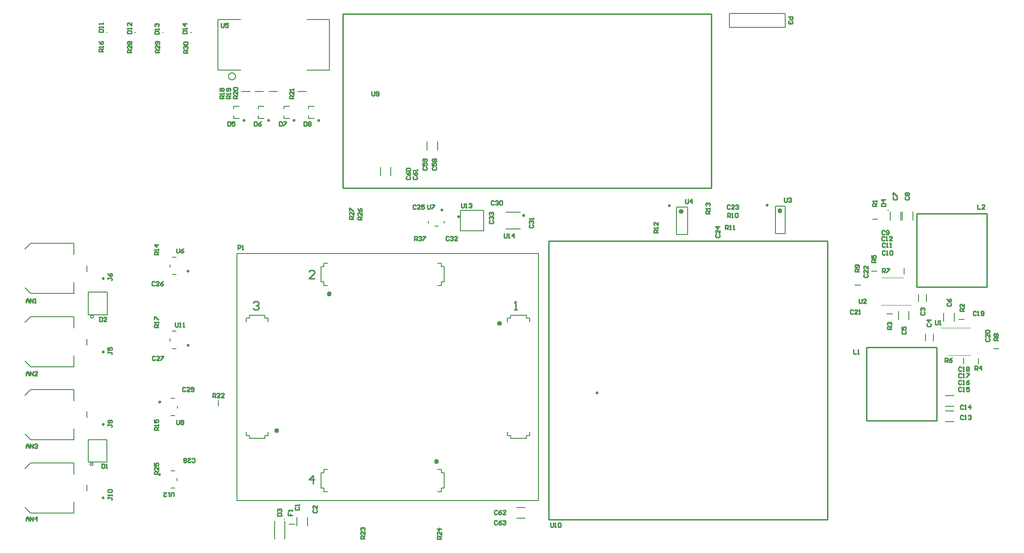
<source format=gto>
%FSTAX25Y25*%
%MOIN*%
%SFA1B1*%

%IPPOS*%
%ADD10C,0.009840*%
%ADD11C,0.007870*%
%ADD12C,0.003940*%
%ADD13C,0.010000*%
%ADD14C,0.015750*%
%ADD15C,0.015750*%
%ADD16C,0.004720*%
%ADD17C,0.006000*%
%ADD18C,0.005000*%
%ADD19C,0.005910*%
%ADD20C,0.007000*%
%ADD21C,0.009000*%
%LNtimecard-dc-beta-v1-1*%
%LPD*%
G54D10*
X0100098Y0152362D02*
D01*
X0100096Y0152396*
X0100093Y015243*
X0100087Y0152464*
X0100078Y0152497*
X0100068Y015253*
X0100055Y0152562*
X010004Y0152592*
X0100023Y0152622*
X0100004Y0152651*
X0099982Y0152678*
X0099959Y0152703*
X0099935Y0152727*
X0099908Y0152749*
X0099881Y0152769*
X0099852Y0152788*
X0099821Y0152804*
X009979Y0152818*
X0099758Y0152829*
X0099725Y0152839*
X0099691Y0152846*
X0099657Y0152851*
X0099623Y0152853*
X0099588*
X0099554Y0152851*
X009952Y0152846*
X0099486Y0152839*
X0099453Y0152829*
X0099421Y0152818*
X009939Y0152804*
X009936Y0152788*
X009933Y0152769*
X0099303Y0152749*
X0099276Y0152727*
X0099252Y0152703*
X0099229Y0152678*
X0099207Y0152651*
X0099188Y0152622*
X0099171Y0152592*
X0099156Y0152562*
X0099143Y015253*
X0099133Y0152497*
X0099124Y0152464*
X0099118Y015243*
X0099115Y0152396*
X0099114Y0152362*
X0099115Y0152327*
X0099118Y0152293*
X0099124Y0152259*
X0099133Y0152226*
X0099143Y0152193*
X0099156Y0152161*
X0099171Y0152131*
X0099188Y0152101*
X0099207Y0152072*
X0099229Y0152045*
X0099252Y015202*
X0099276Y0151996*
X0099303Y0151974*
X009933Y0151954*
X009936Y0151935*
X009939Y0151919*
X0099421Y0151905*
X0099453Y0151894*
X0099486Y0151884*
X009952Y0151877*
X0099554Y0151872*
X0099588Y015187*
X0099623*
X0099657Y0151872*
X0099691Y0151877*
X0099725Y0151884*
X0099758Y0151894*
X009979Y0151905*
X0099821Y0151919*
X0099852Y0151935*
X0099881Y0151954*
X0099908Y0151974*
X0099935Y0151996*
X0099959Y015202*
X0099982Y0152045*
X0100004Y0152072*
X0100023Y0152101*
X010004Y0152131*
X0100055Y0152161*
X0100068Y0152193*
X0100078Y0152226*
X0100087Y0152259*
X0100093Y0152293*
X0100096Y0152327*
X0100098Y0152362*
X0059547Y0083551D02*
D01*
X0059545Y0083585*
X0059542Y0083619*
X0059536Y0083653*
X0059527Y0083686*
X0059517Y0083719*
X0059504Y0083751*
X0059489Y0083781*
X0059472Y0083811*
X0059453Y008384*
X0059431Y0083867*
X0059408Y0083892*
X0059384Y0083916*
X0059357Y0083938*
X005933Y0083958*
X0059301Y0083977*
X005927Y0083993*
X0059239Y0084007*
X0059207Y0084018*
X0059174Y0084028*
X005914Y0084035*
X0059106Y008404*
X0059072Y0084042*
X0059037*
X0059003Y008404*
X0058969Y0084035*
X0058935Y0084028*
X0058902Y0084018*
X005887Y0084007*
X0058839Y0083993*
X0058809Y0083977*
X0058779Y0083958*
X0058752Y0083938*
X0058725Y0083916*
X0058701Y0083892*
X0058678Y0083867*
X0058656Y008384*
X0058637Y0083811*
X005862Y0083781*
X0058605Y0083751*
X0058592Y0083719*
X0058582Y0083686*
X0058573Y0083653*
X0058567Y0083619*
X0058564Y0083585*
X0058563Y0083551*
X0058564Y0083516*
X0058567Y0083482*
X0058573Y0083448*
X0058582Y0083415*
X0058592Y0083382*
X0058605Y008335*
X005862Y008332*
X0058637Y008329*
X0058656Y0083261*
X0058678Y0083234*
X0058701Y0083209*
X0058725Y0083185*
X0058752Y0083163*
X0058779Y0083143*
X0058809Y0083124*
X0058839Y0083108*
X005887Y0083094*
X0058902Y0083083*
X0058935Y0083073*
X0058969Y0083066*
X0059003Y0083061*
X0059037Y0083059*
X0059072*
X0059106Y0083061*
X005914Y0083066*
X0059174Y0083073*
X0059207Y0083083*
X0059239Y0083094*
X005927Y0083108*
X0059301Y0083124*
X005933Y0083143*
X0059357Y0083163*
X0059384Y0083185*
X0059408Y0083209*
X0059431Y0083234*
X0059453Y0083261*
X0059472Y008329*
X0059489Y008332*
X0059504Y008335*
X0059517Y0083382*
X0059527Y0083415*
X0059536Y0083448*
X0059542Y0083482*
X0059545Y0083516*
X0059547Y0083551*
X0214075Y0354528D02*
D01*
X0214073Y0354562*
X021407Y0354596*
X0214064Y035463*
X0214055Y0354663*
X0214045Y0354696*
X0214032Y0354728*
X0214017Y0354758*
X0214Y0354788*
X0213981Y0354817*
X0213959Y0354844*
X0213936Y0354869*
X0213912Y0354893*
X0213885Y0354915*
X0213858Y0354935*
X0213829Y0354954*
X0213798Y035497*
X0213767Y0354984*
X0213735Y0354995*
X0213702Y0355005*
X0213668Y0355012*
X0213634Y0355017*
X02136Y0355019*
X0213565*
X0213531Y0355017*
X0213497Y0355012*
X0213463Y0355005*
X021343Y0354995*
X0213398Y0354984*
X0213367Y035497*
X0213337Y0354954*
X0213307Y0354935*
X021328Y0354915*
X0213253Y0354893*
X0213229Y0354869*
X0213206Y0354844*
X0213184Y0354817*
X0213165Y0354788*
X0213148Y0354758*
X0213133Y0354728*
X021312Y0354696*
X021311Y0354663*
X0213101Y035463*
X0213095Y0354596*
X0213092Y0354562*
X0213091Y0354528*
X0213092Y0354493*
X0213095Y0354459*
X0213101Y0354425*
X021311Y0354392*
X021312Y0354359*
X0213133Y0354327*
X0213148Y0354297*
X0213165Y0354267*
X0213184Y0354238*
X0213206Y0354211*
X0213229Y0354186*
X0213253Y0354162*
X021328Y035414*
X0213307Y035412*
X0213337Y0354101*
X0213367Y0354085*
X0213398Y0354071*
X021343Y035406*
X0213463Y035405*
X0213497Y0354043*
X0213531Y0354038*
X0213565Y0354036*
X02136*
X0213634Y0354038*
X0213668Y0354043*
X0213702Y035405*
X0213735Y035406*
X0213767Y0354071*
X0213798Y0354085*
X0213829Y0354101*
X0213858Y035412*
X0213885Y035414*
X0213912Y0354162*
X0213936Y0354186*
X0213959Y0354211*
X0213981Y0354238*
X0214Y0354267*
X0214017Y0354297*
X0214032Y0354327*
X0214045Y0354359*
X0214055Y0354392*
X0214064Y0354425*
X021407Y0354459*
X0214073Y0354493*
X0214075Y0354528*
X0535925Y0293779D02*
D01*
X0535923Y0293813*
X053592Y0293847*
X0535914Y0293881*
X0535905Y0293914*
X0535895Y0293947*
X0535882Y0293979*
X0535867Y0294009*
X053585Y0294039*
X0535831Y0294068*
X0535809Y0294095*
X0535786Y029412*
X0535762Y0294144*
X0535735Y0294166*
X0535708Y0294186*
X0535679Y0294205*
X0535648Y0294221*
X0535617Y0294235*
X0535585Y0294246*
X0535552Y0294256*
X0535518Y0294263*
X0535484Y0294268*
X053545Y029427*
X0535415*
X0535381Y0294268*
X0535347Y0294263*
X0535313Y0294256*
X053528Y0294246*
X0535248Y0294235*
X0535217Y0294221*
X0535187Y0294205*
X0535157Y0294186*
X053513Y0294166*
X0535103Y0294144*
X0535079Y029412*
X0535056Y0294095*
X0535034Y0294068*
X0535015Y0294039*
X0534998Y0294009*
X0534983Y0293979*
X053497Y0293947*
X053496Y0293914*
X0534951Y0293881*
X0534945Y0293847*
X0534942Y0293813*
X0534941Y0293779*
X0534942Y0293744*
X0534945Y029371*
X0534951Y0293676*
X053496Y0293643*
X053497Y029361*
X0534983Y0293578*
X0534998Y0293548*
X0535015Y0293518*
X0535034Y0293489*
X0535056Y0293462*
X0535079Y0293437*
X0535103Y0293413*
X053513Y0293391*
X0535157Y0293371*
X0535187Y0293352*
X0535217Y0293336*
X0535248Y0293322*
X053528Y0293311*
X0535313Y0293301*
X0535347Y0293294*
X0535381Y0293289*
X0535415Y0293287*
X053545*
X0535484Y0293289*
X0535518Y0293294*
X0535552Y0293301*
X0535585Y0293311*
X0535617Y0293322*
X0535648Y0293336*
X0535679Y0293352*
X0535708Y0293371*
X0535735Y0293391*
X0535762Y0293413*
X0535786Y0293437*
X0535809Y0293462*
X0535831Y0293489*
X053585Y0293518*
X0535867Y0293548*
X0535882Y0293578*
X0535895Y029361*
X0535905Y0293643*
X0535914Y0293676*
X053592Y029371*
X0535923Y0293744*
X0535925Y0293779*
X046565Y0293327D02*
D01*
X0465648Y0293361*
X0465645Y0293395*
X0465639Y0293429*
X046563Y0293462*
X046562Y0293495*
X0465607Y0293527*
X0465592Y0293557*
X0465575Y0293587*
X0465556Y0293616*
X0465534Y0293643*
X0465511Y0293668*
X0465487Y0293692*
X046546Y0293714*
X0465433Y0293734*
X0465404Y0293753*
X0465373Y0293769*
X0465342Y0293783*
X046531Y0293794*
X0465277Y0293804*
X0465243Y0293811*
X0465209Y0293816*
X0465175Y0293818*
X046514*
X0465106Y0293816*
X0465072Y0293811*
X0465038Y0293804*
X0465005Y0293794*
X0464973Y0293783*
X0464942Y0293769*
X0464912Y0293753*
X0464882Y0293734*
X0464855Y0293714*
X0464828Y0293692*
X0464804Y0293668*
X0464781Y0293643*
X0464759Y0293616*
X046474Y0293587*
X0464723Y0293557*
X0464708Y0293527*
X0464695Y0293495*
X0464685Y0293462*
X0464676Y0293429*
X046467Y0293395*
X0464667Y0293361*
X0464666Y0293327*
X0464667Y0293292*
X046467Y0293258*
X0464676Y0293224*
X0464685Y0293191*
X0464695Y0293158*
X0464708Y0293126*
X0464723Y0293096*
X046474Y0293066*
X0464759Y0293037*
X0464781Y029301*
X0464804Y0292985*
X0464828Y0292961*
X0464855Y0292939*
X0464882Y0292919*
X0464912Y02929*
X0464942Y0292884*
X0464973Y029287*
X0465005Y0292859*
X0465038Y0292849*
X0465072Y0292842*
X0465106Y0292837*
X046514Y0292835*
X0465175*
X0465209Y0292837*
X0465243Y0292842*
X0465277Y0292849*
X046531Y0292859*
X0465342Y029287*
X0465373Y0292884*
X0465404Y02929*
X0465433Y0292919*
X046546Y0292939*
X0465487Y0292961*
X0465511Y0292985*
X0465534Y029301*
X0465556Y0293037*
X0465575Y0293066*
X0465592Y0293096*
X0465607Y0293126*
X046562Y0293158*
X046563Y0293191*
X0465639Y0293224*
X0465645Y0293258*
X0465648Y0293292*
X046565Y0293327*
X0314567Y0285433D02*
D01*
X0314565Y0285467*
X0314562Y0285501*
X0314556Y0285535*
X0314547Y0285568*
X0314537Y0285601*
X0314524Y0285633*
X0314509Y0285663*
X0314492Y0285693*
X0314473Y0285722*
X0314451Y0285749*
X0314428Y0285774*
X0314404Y0285798*
X0314377Y028582*
X031435Y028584*
X0314321Y0285859*
X031429Y0285875*
X0314259Y0285889*
X0314227Y02859*
X0314194Y028591*
X031416Y0285917*
X0314126Y0285922*
X0314092Y0285924*
X0314057*
X0314023Y0285922*
X0313989Y0285917*
X0313955Y028591*
X0313922Y02859*
X031389Y0285889*
X0313859Y0285875*
X0313829Y0285859*
X0313799Y028584*
X0313772Y028582*
X0313745Y0285798*
X0313721Y0285774*
X0313698Y0285749*
X0313676Y0285722*
X0313657Y0285693*
X031364Y0285663*
X0313625Y0285633*
X0313612Y0285601*
X0313602Y0285568*
X0313593Y0285535*
X0313587Y0285501*
X0313584Y0285467*
X0313583Y0285433*
X0313584Y0285398*
X0313587Y0285364*
X0313593Y028533*
X0313602Y0285297*
X0313612Y0285264*
X0313625Y0285232*
X031364Y0285202*
X0313657Y0285172*
X0313676Y0285143*
X0313698Y0285116*
X0313721Y0285091*
X0313745Y0285067*
X0313772Y0285045*
X0313799Y0285025*
X0313829Y0285006*
X0313859Y028499*
X031389Y0284976*
X0313922Y0284965*
X0313955Y0284955*
X0313989Y0284948*
X0314023Y0284943*
X0314057Y0284941*
X0314092*
X0314126Y0284943*
X031416Y0284948*
X0314194Y0284955*
X0314227Y0284965*
X0314259Y0284976*
X031429Y028499*
X0314321Y0285006*
X031435Y0285025*
X0314377Y0285045*
X0314404Y0285067*
X0314428Y0285091*
X0314451Y0285116*
X0314473Y0285143*
X0314492Y0285172*
X0314509Y0285202*
X0314524Y0285232*
X0314537Y0285264*
X0314547Y0285297*
X0314556Y028533*
X0314562Y0285364*
X0314565Y0285398*
X0314567Y0285433*
X0361122Y0286319D02*
D01*
X036112Y0286353*
X0361117Y0286387*
X0361111Y0286421*
X0361102Y0286454*
X0361092Y0286487*
X0361079Y0286519*
X0361064Y0286549*
X0361047Y0286579*
X0361028Y0286608*
X0361006Y0286635*
X0360983Y028666*
X0360959Y0286684*
X0360932Y0286706*
X0360905Y0286726*
X0360876Y0286745*
X0360845Y0286761*
X0360814Y0286775*
X0360782Y0286786*
X0360749Y0286796*
X0360715Y0286803*
X0360681Y0286808*
X0360647Y028681*
X0360612*
X0360578Y0286808*
X0360544Y0286803*
X036051Y0286796*
X0360477Y0286786*
X0360445Y0286775*
X0360414Y0286761*
X0360384Y0286745*
X0360354Y0286726*
X0360327Y0286706*
X03603Y0286684*
X0360276Y028666*
X0360253Y0286635*
X0360231Y0286608*
X0360212Y0286579*
X0360195Y0286549*
X036018Y0286519*
X0360167Y0286487*
X0360157Y0286454*
X0360148Y0286421*
X0360142Y0286387*
X0360139Y0286353*
X0360138Y0286319*
X0360139Y0286284*
X0360142Y028625*
X0360148Y0286216*
X0360157Y0286183*
X0360167Y028615*
X036018Y0286118*
X0360195Y0286088*
X0360212Y0286058*
X0360231Y0286029*
X0360253Y0286002*
X0360276Y0285977*
X03603Y0285953*
X0360327Y0285931*
X0360354Y0285911*
X0360384Y0285892*
X0360414Y0285876*
X0360445Y0285862*
X0360477Y0285851*
X036051Y0285841*
X0360544Y0285834*
X0360578Y0285829*
X0360612Y0285827*
X0360647*
X0360681Y0285829*
X0360715Y0285834*
X0360749Y0285841*
X0360782Y0285851*
X0360814Y0285862*
X0360845Y0285876*
X0360876Y0285892*
X0360905Y0285911*
X0360932Y0285931*
X0360959Y0285953*
X0360983Y0285977*
X0361006Y0286002*
X0361028Y0286029*
X0361047Y0286058*
X0361064Y0286088*
X0361079Y0286118*
X0361092Y028615*
X0361102Y0286183*
X0361111Y0286216*
X0361117Y028625*
X036112Y0286284*
X0361122Y0286319*
X0302461Y0290198D02*
D01*
X0302459Y0290232*
X0302456Y0290266*
X030245Y02903*
X0302441Y0290333*
X0302431Y0290366*
X0302418Y0290398*
X0302403Y0290428*
X0302386Y0290458*
X0302367Y0290487*
X0302345Y0290514*
X0302322Y0290539*
X0302298Y0290563*
X0302271Y0290585*
X0302244Y0290605*
X0302215Y0290624*
X0302184Y029064*
X0302153Y0290654*
X0302121Y0290665*
X0302088Y0290675*
X0302054Y0290682*
X030202Y0290687*
X0301986Y0290689*
X0301951*
X0301917Y0290687*
X0301883Y0290682*
X0301849Y0290675*
X0301816Y0290665*
X0301784Y0290654*
X0301753Y029064*
X0301723Y0290624*
X0301693Y0290605*
X0301666Y0290585*
X0301639Y0290563*
X0301615Y0290539*
X0301592Y0290514*
X030157Y0290487*
X0301551Y0290458*
X0301534Y0290428*
X0301519Y0290398*
X0301506Y0290366*
X0301496Y0290333*
X0301487Y02903*
X0301481Y0290266*
X0301478Y0290232*
X0301477Y0290198*
X0301478Y0290163*
X0301481Y0290129*
X0301487Y0290095*
X0301496Y0290062*
X0301506Y0290029*
X0301519Y0289997*
X0301534Y0289967*
X0301551Y0289937*
X030157Y0289908*
X0301592Y0289881*
X0301615Y0289856*
X0301639Y0289832*
X0301666Y028981*
X0301693Y028979*
X0301723Y0289771*
X0301753Y0289755*
X0301784Y0289741*
X0301816Y028973*
X0301849Y028972*
X0301883Y0289713*
X0301917Y0289708*
X0301951Y0289706*
X0301986*
X030202Y0289708*
X0302054Y0289713*
X0302088Y028972*
X0302121Y028973*
X0302153Y0289741*
X0302184Y0289755*
X0302215Y0289771*
X0302244Y028979*
X0302271Y028981*
X0302298Y0289832*
X0302322Y0289856*
X0302345Y0289881*
X0302367Y0289908*
X0302386Y0289937*
X0302403Y0289967*
X0302418Y0289997*
X0302431Y0290029*
X0302441Y0290062*
X030245Y0290095*
X0302456Y0290129*
X0302459Y0290163*
X0302461Y0290198*
X0099902Y0100394D02*
D01*
X00999Y0100428*
X0099897Y0100462*
X0099891Y0100496*
X0099882Y0100529*
X0099872Y0100562*
X0099859Y0100594*
X0099844Y0100624*
X0099827Y0100654*
X0099808Y0100683*
X0099786Y010071*
X0099763Y0100735*
X0099739Y0100759*
X0099712Y0100781*
X0099685Y0100801*
X0099656Y010082*
X0099625Y0100836*
X0099594Y010085*
X0099562Y0100861*
X0099529Y0100871*
X0099495Y0100878*
X0099461Y0100883*
X0099427Y0100885*
X0099392*
X0099358Y0100883*
X0099324Y0100878*
X009929Y0100871*
X0099257Y0100861*
X0099225Y010085*
X0099194Y0100836*
X0099164Y010082*
X0099134Y0100801*
X0099107Y0100781*
X009908Y0100759*
X0099056Y0100735*
X0099033Y010071*
X0099011Y0100683*
X0098992Y0100654*
X0098975Y0100624*
X009896Y0100594*
X0098947Y0100562*
X0098937Y0100529*
X0098928Y0100496*
X0098922Y0100462*
X0098919Y0100428*
X0098918Y0100394*
X0098919Y0100359*
X0098922Y0100325*
X0098928Y0100291*
X0098937Y0100258*
X0098947Y0100225*
X009896Y0100193*
X0098975Y0100163*
X0098992Y0100133*
X0099011Y0100104*
X0099033Y0100077*
X0099056Y0100052*
X009908Y0100028*
X0099107Y0100006*
X0099134Y0099986*
X0099164Y0099967*
X0099194Y0099951*
X0099225Y0099937*
X0099257Y0099926*
X009929Y0099916*
X0099324Y0099909*
X0099358Y0099904*
X0099392Y0099902*
X0099427*
X0099461Y0099904*
X0099495Y0099909*
X0099529Y0099916*
X0099562Y0099926*
X0099594Y0099937*
X0099625Y0099951*
X0099656Y0099967*
X0099685Y0099986*
X0099712Y0100006*
X0099739Y0100028*
X0099763Y0100052*
X0099786Y0100077*
X0099808Y0100104*
X0099827Y0100133*
X0099844Y0100163*
X0099859Y0100193*
X0099872Y0100225*
X0099882Y0100258*
X0099891Y0100291*
X0099897Y0100325*
X00999Y0100359*
X0099902Y0100394*
X0160433Y0354528D02*
D01*
X0160431Y0354562*
X0160428Y0354596*
X0160422Y035463*
X0160413Y0354663*
X0160403Y0354696*
X016039Y0354728*
X0160375Y0354758*
X0160358Y0354788*
X0160339Y0354817*
X0160317Y0354844*
X0160294Y0354869*
X016027Y0354893*
X0160243Y0354915*
X0160216Y0354935*
X0160187Y0354954*
X0160156Y035497*
X0160125Y0354984*
X0160093Y0354995*
X016006Y0355005*
X0160026Y0355012*
X0159992Y0355017*
X0159958Y0355019*
X0159923*
X0159889Y0355017*
X0159855Y0355012*
X0159821Y0355005*
X0159788Y0354995*
X0159756Y0354984*
X0159725Y035497*
X0159695Y0354954*
X0159665Y0354935*
X0159638Y0354915*
X0159611Y0354893*
X0159587Y0354869*
X0159564Y0354844*
X0159542Y0354817*
X0159523Y0354788*
X0159506Y0354758*
X0159491Y0354728*
X0159478Y0354696*
X0159468Y0354663*
X0159459Y035463*
X0159453Y0354596*
X015945Y0354562*
X0159449Y0354528*
X015945Y0354493*
X0159453Y0354459*
X0159459Y0354425*
X0159468Y0354392*
X0159478Y0354359*
X0159491Y0354327*
X0159506Y0354297*
X0159523Y0354267*
X0159542Y0354238*
X0159564Y0354211*
X0159587Y0354186*
X0159611Y0354162*
X0159638Y035414*
X0159665Y035412*
X0159695Y0354101*
X0159725Y0354085*
X0159756Y0354071*
X0159788Y035406*
X0159821Y035405*
X0159855Y0354043*
X0159889Y0354038*
X0159923Y0354036*
X0159958*
X0159992Y0354038*
X0160026Y0354043*
X016006Y035405*
X0160093Y035406*
X0160125Y0354071*
X0160156Y0354085*
X0160187Y0354101*
X0160216Y035412*
X0160243Y035414*
X016027Y0354162*
X0160294Y0354186*
X0160317Y0354211*
X0160339Y0354238*
X0160358Y0354267*
X0160375Y0354297*
X016039Y0354327*
X0160403Y0354359*
X0160413Y0354392*
X0160422Y0354425*
X0160428Y0354459*
X0160431Y0354493*
X0160433Y0354528*
X017815D02*
D01*
X0178148Y0354562*
X0178145Y0354596*
X0178139Y035463*
X017813Y0354663*
X017812Y0354696*
X0178107Y0354728*
X0178092Y0354758*
X0178075Y0354788*
X0178056Y0354817*
X0178034Y0354844*
X0178011Y0354869*
X0177987Y0354893*
X017796Y0354915*
X0177933Y0354935*
X0177904Y0354954*
X0177873Y035497*
X0177842Y0354984*
X017781Y0354995*
X0177777Y0355005*
X0177743Y0355012*
X0177709Y0355017*
X0177675Y0355019*
X017764*
X0177606Y0355017*
X0177572Y0355012*
X0177538Y0355005*
X0177505Y0354995*
X0177473Y0354984*
X0177442Y035497*
X0177412Y0354954*
X0177382Y0354935*
X0177355Y0354915*
X0177328Y0354893*
X0177304Y0354869*
X0177281Y0354844*
X0177259Y0354817*
X017724Y0354788*
X0177223Y0354758*
X0177208Y0354728*
X0177195Y0354696*
X0177185Y0354663*
X0177176Y035463*
X017717Y0354596*
X0177167Y0354562*
X0177166Y0354528*
X0177167Y0354493*
X017717Y0354459*
X0177176Y0354425*
X0177185Y0354392*
X0177195Y0354359*
X0177208Y0354327*
X0177223Y0354297*
X017724Y0354267*
X0177259Y0354238*
X0177281Y0354211*
X0177304Y0354186*
X0177328Y0354162*
X0177355Y035414*
X0177382Y035412*
X0177412Y0354101*
X0177442Y0354085*
X0177473Y0354071*
X0177505Y035406*
X0177538Y035405*
X0177572Y0354043*
X0177606Y0354038*
X017764Y0354036*
X0177675*
X0177709Y0354038*
X0177743Y0354043*
X0177777Y035405*
X017781Y035406*
X0177842Y0354071*
X0177873Y0354085*
X0177904Y0354101*
X0177933Y035412*
X017796Y035414*
X0177987Y0354162*
X0178011Y0354186*
X0178034Y0354211*
X0178056Y0354238*
X0178075Y0354267*
X0178092Y0354297*
X0178107Y0354327*
X017812Y0354359*
X017813Y0354392*
X0178139Y0354425*
X0178145Y0354459*
X0178148Y0354493*
X017815Y0354528*
X0196358D02*
D01*
X0196356Y0354562*
X0196353Y0354596*
X0196347Y035463*
X0196338Y0354663*
X0196328Y0354696*
X0196315Y0354728*
X01963Y0354758*
X0196283Y0354788*
X0196264Y0354817*
X0196242Y0354844*
X0196219Y0354869*
X0196195Y0354893*
X0196168Y0354915*
X0196141Y0354935*
X0196112Y0354954*
X0196081Y035497*
X019605Y0354984*
X0196018Y0354995*
X0195985Y0355005*
X0195951Y0355012*
X0195917Y0355017*
X0195883Y0355019*
X0195848*
X0195814Y0355017*
X019578Y0355012*
X0195746Y0355005*
X0195713Y0354995*
X0195681Y0354984*
X019565Y035497*
X019562Y0354954*
X019559Y0354935*
X0195563Y0354915*
X0195536Y0354893*
X0195512Y0354869*
X0195489Y0354844*
X0195467Y0354817*
X0195448Y0354788*
X0195431Y0354758*
X0195416Y0354728*
X0195403Y0354696*
X0195393Y0354663*
X0195384Y035463*
X0195378Y0354596*
X0195375Y0354562*
X0195374Y0354528*
X0195375Y0354493*
X0195378Y0354459*
X0195384Y0354425*
X0195393Y0354392*
X0195403Y0354359*
X0195416Y0354327*
X0195431Y0354297*
X0195448Y0354267*
X0195467Y0354238*
X0195489Y0354211*
X0195512Y0354186*
X0195536Y0354162*
X0195563Y035414*
X019559Y035412*
X019562Y0354101*
X019565Y0354085*
X0195681Y0354071*
X0195713Y035406*
X0195746Y035405*
X019578Y0354043*
X0195814Y0354038*
X0195848Y0354036*
X0195883*
X0195917Y0354038*
X0195951Y0354043*
X0195985Y035405*
X0196018Y035406*
X019605Y0354071*
X0196081Y0354085*
X0196112Y0354101*
X0196141Y035412*
X0196168Y035414*
X0196195Y0354162*
X0196219Y0354186*
X0196242Y0354211*
X0196264Y0354238*
X0196283Y0354267*
X01963Y0354297*
X0196315Y0354327*
X0196328Y0354359*
X0196338Y0354392*
X0196347Y0354425*
X0196353Y0354459*
X0196356Y0354493*
X0196358Y0354528*
X0059547Y0188276D02*
D01*
X0059545Y018831*
X0059542Y0188344*
X0059536Y0188378*
X0059527Y0188411*
X0059517Y0188444*
X0059504Y0188476*
X0059489Y0188506*
X0059472Y0188536*
X0059453Y0188565*
X0059431Y0188592*
X0059408Y0188617*
X0059384Y0188641*
X0059357Y0188663*
X005933Y0188683*
X0059301Y0188702*
X005927Y0188718*
X0059239Y0188732*
X0059207Y0188743*
X0059174Y0188753*
X005914Y018876*
X0059106Y0188765*
X0059072Y0188767*
X0059037*
X0059003Y0188765*
X0058969Y018876*
X0058935Y0188753*
X0058902Y0188743*
X005887Y0188732*
X0058839Y0188718*
X0058809Y0188702*
X0058779Y0188683*
X0058752Y0188663*
X0058725Y0188641*
X0058701Y0188617*
X0058678Y0188592*
X0058656Y0188565*
X0058637Y0188536*
X005862Y0188506*
X0058605Y0188476*
X0058592Y0188444*
X0058582Y0188411*
X0058573Y0188378*
X0058567Y0188344*
X0058564Y018831*
X0058563Y0188276*
X0058564Y0188241*
X0058567Y0188207*
X0058573Y0188173*
X0058582Y018814*
X0058592Y0188107*
X0058605Y0188075*
X005862Y0188045*
X0058637Y0188015*
X0058656Y0187986*
X0058678Y0187959*
X0058701Y0187934*
X0058725Y018791*
X0058752Y0187888*
X0058779Y0187868*
X0058809Y0187849*
X0058839Y0187833*
X005887Y0187819*
X0058902Y0187808*
X0058935Y0187798*
X0058969Y0187791*
X0059003Y0187786*
X0059037Y0187784*
X0059072*
X0059106Y0187786*
X005914Y0187791*
X0059174Y0187798*
X0059207Y0187808*
X0059239Y0187819*
X005927Y0187833*
X0059301Y0187849*
X005933Y0187868*
X0059357Y0187888*
X0059384Y018791*
X0059408Y0187934*
X0059431Y0187959*
X0059453Y0187986*
X0059472Y0188015*
X0059489Y0188045*
X0059504Y0188075*
X0059517Y0188107*
X0059527Y018814*
X0059536Y0188173*
X0059542Y0188207*
X0059545Y0188241*
X0059547Y0188276*
Y0241032D02*
D01*
X0059545Y0241066*
X0059542Y02411*
X0059536Y0241134*
X0059527Y0241167*
X0059517Y02412*
X0059504Y0241232*
X0059489Y0241262*
X0059472Y0241292*
X0059453Y0241321*
X0059431Y0241348*
X0059408Y0241373*
X0059384Y0241397*
X0059357Y0241419*
X005933Y0241439*
X0059301Y0241458*
X005927Y0241474*
X0059239Y0241488*
X0059207Y0241499*
X0059174Y0241509*
X005914Y0241516*
X0059106Y0241521*
X0059072Y0241523*
X0059037*
X0059003Y0241521*
X0058969Y0241516*
X0058935Y0241509*
X0058902Y0241499*
X005887Y0241488*
X0058839Y0241474*
X0058809Y0241458*
X0058779Y0241439*
X0058752Y0241419*
X0058725Y0241397*
X0058701Y0241373*
X0058678Y0241348*
X0058656Y0241321*
X0058637Y0241292*
X005862Y0241262*
X0058605Y0241232*
X0058592Y02412*
X0058582Y0241167*
X0058573Y0241134*
X0058567Y02411*
X0058564Y0241066*
X0058563Y0241032*
X0058564Y0240997*
X0058567Y0240963*
X0058573Y0240929*
X0058582Y0240896*
X0058592Y0240863*
X0058605Y0240831*
X005862Y0240801*
X0058637Y0240771*
X0058656Y0240742*
X0058678Y0240715*
X0058701Y024069*
X0058725Y0240666*
X0058752Y0240644*
X0058779Y0240624*
X0058809Y0240605*
X0058839Y0240589*
X005887Y0240575*
X0058902Y0240564*
X0058935Y0240554*
X0058969Y0240547*
X0059003Y0240542*
X0059037Y024054*
X0059072*
X0059106Y0240542*
X005914Y0240547*
X0059174Y0240554*
X0059207Y0240564*
X0059239Y0240575*
X005927Y0240589*
X0059301Y0240605*
X005933Y0240624*
X0059357Y0240644*
X0059384Y0240666*
X0059408Y024069*
X0059431Y0240715*
X0059453Y0240742*
X0059472Y0240771*
X0059489Y0240801*
X0059504Y0240831*
X0059517Y0240863*
X0059527Y0240896*
X0059536Y0240929*
X0059542Y0240963*
X0059545Y0240997*
X0059547Y0241032*
Y0136307D02*
D01*
X0059545Y0136341*
X0059542Y0136375*
X0059536Y0136409*
X0059527Y0136442*
X0059517Y0136475*
X0059504Y0136507*
X0059489Y0136537*
X0059472Y0136567*
X0059453Y0136596*
X0059431Y0136623*
X0059408Y0136648*
X0059384Y0136672*
X0059357Y0136694*
X005933Y0136714*
X0059301Y0136733*
X005927Y0136749*
X0059239Y0136763*
X0059207Y0136774*
X0059174Y0136784*
X005914Y0136791*
X0059106Y0136796*
X0059072Y0136798*
X0059037*
X0059003Y0136796*
X0058969Y0136791*
X0058935Y0136784*
X0058902Y0136774*
X005887Y0136763*
X0058839Y0136749*
X0058809Y0136733*
X0058779Y0136714*
X0058752Y0136694*
X0058725Y0136672*
X0058701Y0136648*
X0058678Y0136623*
X0058656Y0136596*
X0058637Y0136567*
X005862Y0136537*
X0058605Y0136507*
X0058592Y0136475*
X0058582Y0136442*
X0058573Y0136409*
X0058567Y0136375*
X0058564Y0136341*
X0058563Y0136307*
X0058564Y0136272*
X0058567Y0136238*
X0058573Y0136204*
X0058582Y0136171*
X0058592Y0136138*
X0058605Y0136106*
X005862Y0136076*
X0058637Y0136046*
X0058656Y0136017*
X0058678Y013599*
X0058701Y0135965*
X0058725Y0135941*
X0058752Y0135919*
X0058779Y0135899*
X0058809Y013588*
X0058839Y0135864*
X005887Y013585*
X0058902Y0135839*
X0058935Y0135829*
X0058969Y0135822*
X0059003Y0135817*
X0059037Y0135815*
X0059072*
X0059106Y0135817*
X005914Y0135822*
X0059174Y0135829*
X0059207Y0135839*
X0059239Y013585*
X005927Y0135864*
X0059301Y013588*
X005933Y0135899*
X0059357Y0135919*
X0059384Y0135941*
X0059408Y0135965*
X0059431Y013599*
X0059453Y0136017*
X0059472Y0136046*
X0059489Y0136076*
X0059504Y0136106*
X0059517Y0136138*
X0059527Y0136171*
X0059536Y0136204*
X0059542Y0136238*
X0059545Y0136272*
X0059547Y0136307*
X0120374Y024626D02*
D01*
X0120372Y0246294*
X0120369Y0246328*
X0120363Y0246362*
X0120354Y0246395*
X0120344Y0246428*
X0120331Y024646*
X0120316Y024649*
X0120299Y024652*
X012028Y0246549*
X0120258Y0246576*
X0120235Y0246601*
X0120211Y0246625*
X0120184Y0246647*
X0120157Y0246667*
X0120128Y0246686*
X0120097Y0246702*
X0120066Y0246716*
X0120034Y0246727*
X0120001Y0246737*
X0119967Y0246744*
X0119933Y0246749*
X0119899Y0246751*
X0119864*
X011983Y0246749*
X0119796Y0246744*
X0119762Y0246737*
X0119729Y0246727*
X0119697Y0246716*
X0119666Y0246702*
X0119636Y0246686*
X0119606Y0246667*
X0119579Y0246647*
X0119552Y0246625*
X0119528Y0246601*
X0119505Y0246576*
X0119483Y0246549*
X0119464Y024652*
X0119447Y024649*
X0119432Y024646*
X0119419Y0246428*
X0119409Y0246395*
X01194Y0246362*
X0119394Y0246328*
X0119391Y0246294*
X011939Y024626*
X0119391Y0246225*
X0119394Y0246191*
X01194Y0246157*
X0119409Y0246124*
X0119419Y0246091*
X0119432Y0246059*
X0119447Y0246029*
X0119464Y0245999*
X0119483Y024597*
X0119505Y0245943*
X0119528Y0245918*
X0119552Y0245894*
X0119579Y0245872*
X0119606Y0245852*
X0119636Y0245833*
X0119666Y0245817*
X0119697Y0245803*
X0119729Y0245792*
X0119762Y0245782*
X0119796Y0245775*
X011983Y024577*
X0119864Y0245768*
X0119899*
X0119933Y024577*
X0119967Y0245775*
X0120001Y0245782*
X0120034Y0245792*
X0120066Y0245803*
X0120097Y0245817*
X0120128Y0245833*
X0120157Y0245852*
X0120184Y0245872*
X0120211Y0245894*
X0120235Y0245918*
X0120258Y0245943*
X012028Y024597*
X0120299Y0245999*
X0120316Y0246029*
X0120331Y0246059*
X0120344Y0246091*
X0120354Y0246124*
X0120363Y0246157*
X0120369Y0246191*
X0120372Y0246225*
X0120374Y024626*
Y019311D02*
D01*
X0120372Y0193144*
X0120369Y0193178*
X0120363Y0193212*
X0120354Y0193245*
X0120344Y0193278*
X0120331Y019331*
X0120316Y019334*
X0120299Y019337*
X012028Y0193399*
X0120258Y0193426*
X0120235Y0193451*
X0120211Y0193475*
X0120184Y0193497*
X0120157Y0193517*
X0120128Y0193536*
X0120097Y0193552*
X0120066Y0193566*
X0120034Y0193577*
X0120001Y0193587*
X0119967Y0193594*
X0119933Y0193599*
X0119899Y0193601*
X0119864*
X011983Y0193599*
X0119796Y0193594*
X0119762Y0193587*
X0119729Y0193577*
X0119697Y0193566*
X0119666Y0193552*
X0119636Y0193536*
X0119606Y0193517*
X0119579Y0193497*
X0119552Y0193475*
X0119528Y0193451*
X0119505Y0193426*
X0119483Y0193399*
X0119464Y019337*
X0119447Y019334*
X0119432Y019331*
X0119419Y0193278*
X0119409Y0193245*
X01194Y0193212*
X0119394Y0193178*
X0119391Y0193144*
X011939Y019311*
X0119391Y0193075*
X0119394Y0193041*
X01194Y0193007*
X0119409Y0192974*
X0119419Y0192941*
X0119432Y0192909*
X0119447Y0192879*
X0119464Y0192849*
X0119483Y019282*
X0119505Y0192793*
X0119528Y0192768*
X0119552Y0192744*
X0119579Y0192722*
X0119606Y0192702*
X0119636Y0192683*
X0119666Y0192667*
X0119697Y0192653*
X0119729Y0192642*
X0119762Y0192632*
X0119796Y0192625*
X011983Y019262*
X0119864Y0192618*
X0119899*
X0119933Y019262*
X0119967Y0192625*
X0120001Y0192632*
X0120034Y0192642*
X0120066Y0192653*
X0120097Y0192667*
X0120128Y0192683*
X0120157Y0192702*
X0120184Y0192722*
X0120211Y0192744*
X0120235Y0192768*
X0120258Y0192793*
X012028Y019282*
X0120299Y0192849*
X0120316Y0192879*
X0120331Y0192909*
X0120344Y0192941*
X0120354Y0192974*
X0120363Y0193007*
X0120369Y0193041*
X0120372Y0193075*
X0120374Y019311*
G54D11*
X0051886Y0107661D02*
D01*
X0051883Y010773*
X0051876Y01078*
X0051864Y0107868*
X0051847Y0107936*
X0051825Y0108003*
X0051799Y0108067*
X0051768Y010813*
X0051734Y010819*
X0051695Y0108248*
X0051652Y0108303*
X0051605Y0108355*
X0051555Y0108404*
X0051501Y0108449*
X0051445Y010849*
X0051386Y0108527*
X0051324Y0108559*
X005126Y0108588*
X0051195Y0108612*
X0051127Y0108631*
X0051059Y0108645*
X005099Y0108655*
X005092Y010866*
X0050851*
X0050781Y0108655*
X0050712Y0108645*
X0050644Y0108631*
X0050576Y0108612*
X0050511Y0108588*
X0050447Y0108559*
X0050386Y0108527*
X0050326Y010849*
X005027Y0108449*
X0050216Y0108404*
X0050166Y0108355*
X0050119Y0108303*
X0050076Y0108248*
X0050037Y010819*
X0050003Y010813*
X0049972Y0108067*
X0049946Y0108003*
X0049924Y0107936*
X0049907Y0107868*
X0049895Y01078*
X0049888Y010773*
X0049886Y0107661*
X0049888Y0107591*
X0049895Y0107521*
X0049907Y0107453*
X0049924Y0107385*
X0049946Y0107318*
X0049972Y0107254*
X0050003Y0107191*
X0050037Y0107131*
X0050076Y0107073*
X0050119Y0107018*
X0050166Y0106966*
X0050216Y0106917*
X005027Y0106872*
X0050326Y0106831*
X0050386Y0106794*
X0050447Y0106762*
X0050511Y0106733*
X0050576Y0106709*
X0050644Y010669*
X0050712Y0106676*
X0050781Y0106666*
X0050851Y0106661*
X005092*
X005099Y0106666*
X0051059Y0106676*
X0051127Y010669*
X0051195Y0106709*
X005126Y0106733*
X0051324Y0106762*
X0051386Y0106794*
X0051445Y0106831*
X0051501Y0106872*
X0051555Y0106917*
X0051605Y0106966*
X0051652Y0107018*
X0051695Y0107073*
X0051734Y0107131*
X0051768Y0107191*
X0051799Y0107254*
X0051825Y0107318*
X0051847Y0107385*
X0051864Y0107453*
X0051876Y0107521*
X0051883Y0107591*
X0051886Y0107661*
X0052083Y0213567D02*
D01*
X005208Y0213636*
X0052073Y0213706*
X0052061Y0213774*
X0052044Y0213842*
X0052022Y0213909*
X0051996Y0213973*
X0051965Y0214036*
X0051931Y0214096*
X0051892Y0214154*
X0051849Y0214209*
X0051802Y0214261*
X0051752Y021431*
X0051698Y0214355*
X0051642Y0214396*
X0051583Y0214433*
X0051521Y0214465*
X0051457Y0214494*
X0051392Y0214518*
X0051324Y0214537*
X0051256Y0214551*
X0051187Y0214561*
X0051117Y0214566*
X0051048*
X0050978Y0214561*
X0050909Y0214551*
X0050841Y0214537*
X0050773Y0214518*
X0050708Y0214494*
X0050644Y0214465*
X0050583Y0214433*
X0050523Y0214396*
X0050467Y0214355*
X0050413Y021431*
X0050363Y0214261*
X0050316Y0214209*
X0050273Y0214154*
X0050234Y0214096*
X00502Y0214036*
X0050169Y0213973*
X0050143Y0213909*
X0050121Y0213842*
X0050104Y0213774*
X0050092Y0213706*
X0050085Y0213636*
X0050083Y0213567*
X0050085Y0213497*
X0050092Y0213427*
X0050104Y0213359*
X0050121Y0213291*
X0050143Y0213224*
X0050169Y021316*
X00502Y0213097*
X0050234Y0213037*
X0050273Y0212979*
X0050316Y0212924*
X0050363Y0212872*
X0050413Y0212823*
X0050467Y0212778*
X0050523Y0212737*
X0050583Y02127*
X0050644Y0212668*
X0050708Y0212639*
X0050773Y0212615*
X0050841Y0212596*
X0050909Y0212582*
X0050978Y0212572*
X0051048Y0212567*
X0051117*
X0051187Y0212572*
X0051256Y0212582*
X0051324Y0212596*
X0051392Y0212615*
X0051457Y0212639*
X0051521Y0212668*
X0051583Y02127*
X0051642Y0212737*
X0051698Y0212778*
X0051752Y0212823*
X0051802Y0212872*
X0051849Y0212924*
X0051892Y0212979*
X0051931Y0213037*
X0051965Y0213097*
X0051996Y021316*
X0052022Y0213224*
X0052044Y0213291*
X0052061Y0213359*
X0052073Y0213427*
X005208Y0213497*
X0052083Y0213567*
X015411Y038611D02*
D01*
X0154103Y0386284*
X0154085Y0386457*
X0154055Y0386629*
X0154013Y0386799*
X0153959Y0386965*
X0153893Y0387126*
X0153817Y0387283*
X015373Y0387434*
X0153632Y0387579*
X0153525Y0387716*
X0153408Y0387846*
X0153282Y0387967*
X0153149Y038808*
X0153007Y0388182*
X015286Y0388275*
X0152705Y0388356*
X0152546Y0388427*
X0152382Y0388487*
X0152214Y0388535*
X0152044Y0388572*
X0151871Y0388596*
X0151697Y0388608*
X0151522*
X0151348Y0388596*
X0151175Y0388572*
X0151005Y0388535*
X0150837Y0388487*
X0150673Y0388427*
X0150514Y0388356*
X015036Y0388275*
X0150212Y0388182*
X015007Y038808*
X0149937Y0387967*
X0149811Y0387846*
X0149694Y0387716*
X0149587Y0387579*
X0149489Y0387434*
X0149402Y0387283*
X0149326Y0387126*
X014926Y0386965*
X0149206Y0386799*
X0149164Y0386629*
X0149134Y0386457*
X0149116Y0386284*
X014911Y038611*
X0149116Y0385935*
X0149134Y0385762*
X0149164Y038559*
X0149206Y038542*
X014926Y0385254*
X0149326Y0385093*
X0149402Y0384936*
X0149489Y0384785*
X0149587Y038464*
X0149694Y0384503*
X0149811Y0384373*
X0149937Y0384252*
X015007Y0384139*
X0150212Y0384037*
X015036Y0383944*
X0150514Y0383863*
X0150673Y0383792*
X0150837Y0383732*
X0151005Y0383684*
X0151175Y0383647*
X0151348Y0383623*
X0151522Y0383611*
X0151697*
X0151871Y0383623*
X0152044Y0383647*
X0152214Y0383684*
X0152382Y0383732*
X0152546Y0383792*
X0152705Y0383863*
X015286Y0383944*
X0153007Y0384037*
X0153149Y0384139*
X0153282Y0384252*
X0153408Y0384373*
X0153525Y0384503*
X0153632Y038464*
X015373Y0384785*
X0153817Y0384936*
X0153893Y0385093*
X0153959Y0385254*
X0154013Y038542*
X0154055Y038559*
X0154085Y0385762*
X0154103Y0385935*
X015411Y038611*
X0107973Y0142421D02*
X0110531D01*
X01125Y0147736D02*
Y0149508D01*
X0107973Y0154823D02*
X0110531D01*
X0048425Y0125197D02*
X0061811D01*
Y0109055D02*
Y0125197D01*
X0048425Y0109055D02*
Y0125197D01*
Y0109055D02*
X0061713D01*
X0048622Y0231102D02*
X0062008D01*
Y0214961D02*
Y0231102D01*
X0048622Y0214961D02*
Y0231102D01*
Y0214961D02*
X006191D01*
X0047441Y0088386D02*
Y0092716D01*
X0206496Y0355906D02*
X0210433D01*
X0206496D02*
Y0357677D01*
Y0364567D02*
X0210433D01*
X0206496Y0362795D02*
Y0364567D01*
X0189567Y0054134D02*
Y0066339D01*
X0182087Y0054134D02*
Y0066339D01*
X0189075D02*
X0189567D01*
X0189075Y0054134D02*
X0189567D01*
X0182087Y0066339D02*
X0182579D01*
X0182087Y0054134D02*
X0182579D01*
X014161Y0390362D02*
X0157732D01*
X0205488D02*
X022161D01*
X0205488Y0426858D02*
X022161D01*
X014161D02*
X0157732D01*
X022161Y0390362D02*
Y0426858D01*
X014161Y0390362D02*
Y0426858D01*
X0541339Y0273091D02*
Y0292776D01*
X0548425Y0273091D02*
Y0292776D01*
X0541339D02*
X0548425D01*
X0541339Y0273091D02*
X0548425D01*
X0470472Y0272638D02*
Y0292323D01*
X0478346Y0272638D02*
Y0292323D01*
X0470472D02*
X0478346D01*
X0470472Y0272638D02*
X0478346D01*
X0548622Y0421181D02*
Y0431181D01*
X0508622Y0421181D02*
X0548622D01*
X0508622Y0431181D02*
X0548622D01*
X0508622Y0421181D02*
Y0431181D01*
X0315551Y0289764D02*
X0332087D01*
Y0275197D02*
Y0289764D01*
X0315551Y0275197D02*
X0332087D01*
X0315551D02*
Y0289764D01*
X0348228Y0288583D02*
X0358465D01*
X0348228Y0276378D02*
X0358465D01*
X029252Y0280819D02*
Y0282173D01*
X0297012Y0278346D02*
X0299445D01*
X0303937Y0280819D02*
Y0282173D01*
X0107776Y0102854D02*
X0110335D01*
X0112303Y0095768D02*
Y0097539D01*
X0107776Y0090453D02*
X0110335D01*
X0152854Y0355906D02*
X0156791D01*
X0152854D02*
Y0357677D01*
Y0364567D02*
X0156791D01*
X0152854Y0362795D02*
Y0364567D01*
X0170571Y0355906D02*
X0174508D01*
X0170571D02*
Y0357677D01*
Y0364567D02*
X0174508D01*
X0170571Y0362795D02*
Y0364567D01*
X0188779Y0355906D02*
X0192717D01*
X0188779D02*
Y0357677D01*
Y0364567D02*
X0192717D01*
X0188779Y0362795D02*
Y0364567D01*
X0047441Y019311D02*
Y0197441D01*
Y0245866D02*
Y0250197D01*
Y0141142D02*
Y0145472D01*
X0108957Y0243799D02*
X0111516D01*
X0106988Y0249114D02*
Y0250886D01*
X0108957Y0256201D02*
X0111516D01*
X0108957Y019065D02*
X0111516D01*
X0106988Y0195965D02*
Y0197736D01*
X0108957Y0203051D02*
X0111516D01*
G54D12*
X0189272Y0068307D02*
D01*
X0189271Y006832*
X018927Y0068334*
X0189267Y0068347*
X0189264Y0068361*
X018926Y0068374*
X0189254Y0068387*
X0189248Y0068399*
X0189242Y0068411*
X0189234Y0068422*
X0189225Y0068433*
X0189216Y0068443*
X0189206Y0068453*
X0189196Y0068462*
X0189185Y006847*
X0189173Y0068477*
X0189161Y0068484*
X0189148Y0068489*
X0189135Y0068494*
X0189122Y0068498*
X0189109Y0068501*
X0189095Y0068502*
X0189081Y0068503*
X0189068*
X0189054Y0068502*
X018904Y0068501*
X0189027Y0068498*
X0189014Y0068494*
X0189001Y0068489*
X0188988Y0068484*
X0188976Y0068477*
X0188964Y006847*
X0188953Y0068462*
X0188943Y0068453*
X0188933Y0068443*
X0188924Y0068433*
X0188915Y0068422*
X0188907Y0068411*
X0188901Y0068399*
X0188895Y0068387*
X0188889Y0068374*
X0188885Y0068361*
X0188882Y0068347*
X0188879Y0068334*
X0188878Y006832*
X0188878Y0068307*
X0188878Y0068293*
X0188879Y0068279*
X0188882Y0068266*
X0188885Y0068252*
X0188889Y0068239*
X0188895Y0068226*
X0188901Y0068214*
X0188907Y0068202*
X0188915Y0068191*
X0188924Y006818*
X0188933Y006817*
X0188943Y006816*
X0188953Y0068151*
X0188964Y0068143*
X0188976Y0068136*
X0188988Y0068129*
X0189001Y0068124*
X0189014Y0068119*
X0189027Y0068115*
X018904Y0068112*
X0189054Y0068111*
X0189068Y006811*
X0189081*
X0189095Y0068111*
X0189109Y0068112*
X0189122Y0068115*
X0189135Y0068119*
X0189148Y0068124*
X0189161Y0068129*
X0189173Y0068136*
X0189185Y0068143*
X0189196Y0068151*
X0189206Y006816*
X0189216Y006817*
X0189225Y006818*
X0189234Y0068191*
X0189242Y0068202*
X0189248Y0068214*
X0189254Y0068226*
X018926Y0068239*
X0189264Y0068252*
X0189267Y0068266*
X018927Y0068279*
X0189271Y0068293*
X0189272Y0068307*
X0122327Y0417587D02*
D01*
X0122326Y04176*
X0122325Y0417614*
X0122322Y0417627*
X0122319Y0417641*
X0122315Y0417654*
X0122309Y0417667*
X0122303Y0417679*
X0122297Y0417691*
X0122289Y0417702*
X012228Y0417713*
X0122271Y0417723*
X0122261Y0417733*
X0122251Y0417742*
X012224Y041775*
X0122228Y0417757*
X0122216Y0417764*
X0122203Y0417769*
X012219Y0417774*
X0122177Y0417778*
X0122164Y0417781*
X012215Y0417782*
X0122136Y0417783*
X0122123*
X0122109Y0417782*
X0122095Y0417781*
X0122082Y0417778*
X0122069Y0417774*
X0122056Y0417769*
X0122043Y0417764*
X0122031Y0417757*
X0122019Y041775*
X0122008Y0417742*
X0121998Y0417733*
X0121988Y0417723*
X0121979Y0417713*
X012197Y0417702*
X0121962Y0417691*
X0121956Y0417679*
X012195Y0417667*
X0121944Y0417654*
X012194Y0417641*
X0121937Y0417627*
X0121934Y0417614*
X0121933Y04176*
X0121933Y0417587*
X0121933Y0417573*
X0121934Y0417559*
X0121937Y0417546*
X012194Y0417532*
X0121944Y0417519*
X012195Y0417506*
X0121956Y0417494*
X0121962Y0417482*
X012197Y0417471*
X0121979Y041746*
X0121988Y041745*
X0121998Y041744*
X0122008Y0417431*
X0122019Y0417423*
X0122031Y0417416*
X0122043Y0417409*
X0122056Y0417404*
X0122069Y0417399*
X0122082Y0417395*
X0122095Y0417392*
X0122109Y0417391*
X0122123Y041739*
X0122136*
X012215Y0417391*
X0122164Y0417392*
X0122177Y0417395*
X012219Y0417399*
X0122203Y0417404*
X0122216Y0417409*
X0122228Y0417416*
X012224Y0417423*
X0122251Y0417431*
X0122261Y041744*
X0122271Y041745*
X012228Y041746*
X0122289Y0417471*
X0122297Y0417482*
X0122303Y0417494*
X0122309Y0417506*
X0122315Y0417519*
X0122319Y0417532*
X0122322Y0417546*
X0122325Y0417559*
X0122326Y0417573*
X0122327Y0417587*
X0622342Y0290059D02*
D01*
X0622341Y0290072*
X062234Y0290086*
X0622337Y0290099*
X0622334Y0290113*
X062233Y0290126*
X0622324Y0290139*
X0622318Y0290151*
X0622312Y0290163*
X0622304Y0290174*
X0622295Y0290185*
X0622286Y0290195*
X0622276Y0290205*
X0622266Y0290214*
X0622255Y0290222*
X0622243Y0290229*
X0622231Y0290236*
X0622218Y0290241*
X0622205Y0290246*
X0622192Y029025*
X0622179Y0290253*
X0622165Y0290254*
X0622151Y0290255*
X0622138*
X0622124Y0290254*
X062211Y0290253*
X0622097Y029025*
X0622084Y0290246*
X0622071Y0290241*
X0622058Y0290236*
X0622046Y0290229*
X0622034Y0290222*
X0622023Y0290214*
X0622013Y0290205*
X0622003Y0290195*
X0621994Y0290185*
X0621985Y0290174*
X0621977Y0290163*
X0621971Y0290151*
X0621965Y0290139*
X0621959Y0290126*
X0621955Y0290113*
X0621952Y0290099*
X0621949Y0290086*
X0621948Y0290072*
X0621948Y0290059*
X0621948Y0290045*
X0621949Y0290031*
X0621952Y0290018*
X0621955Y0290004*
X0621959Y0289991*
X0621965Y0289978*
X0621971Y0289966*
X0621977Y0289954*
X0621985Y0289943*
X0621994Y0289932*
X0622003Y0289922*
X0622013Y0289912*
X0622023Y0289903*
X0622034Y0289895*
X0622046Y0289888*
X0622058Y0289881*
X0622071Y0289876*
X0622084Y0289871*
X0622097Y0289867*
X062211Y0289864*
X0622124Y0289863*
X0622138Y0289862*
X0622151*
X0622165Y0289863*
X0622179Y0289864*
X0622192Y0289867*
X0622205Y0289871*
X0622218Y0289876*
X0622231Y0289881*
X0622243Y0289888*
X0622255Y0289895*
X0622266Y0289903*
X0622276Y0289912*
X0622286Y0289922*
X0622295Y0289932*
X0622304Y0289943*
X0622312Y0289954*
X0622318Y0289966*
X0622324Y0289978*
X062233Y0289991*
X0622334Y0290004*
X0622337Y0290018*
X062234Y0290031*
X0622341Y0290045*
X0622342Y0290059*
X0061827Y0417587D02*
D01*
X0061826Y04176*
X0061825Y0417614*
X0061822Y0417627*
X0061819Y0417641*
X0061815Y0417654*
X0061809Y0417667*
X0061803Y0417679*
X0061797Y0417691*
X0061789Y0417702*
X006178Y0417713*
X0061771Y0417723*
X0061761Y0417733*
X0061751Y0417742*
X006174Y041775*
X0061728Y0417757*
X0061716Y0417764*
X0061703Y0417769*
X006169Y0417774*
X0061677Y0417778*
X0061664Y0417781*
X006165Y0417782*
X0061636Y0417783*
X0061623*
X0061609Y0417782*
X0061595Y0417781*
X0061582Y0417778*
X0061569Y0417774*
X0061556Y0417769*
X0061543Y0417764*
X0061531Y0417757*
X0061519Y041775*
X0061508Y0417742*
X0061498Y0417733*
X0061488Y0417723*
X0061479Y0417713*
X006147Y0417702*
X0061462Y0417691*
X0061456Y0417679*
X006145Y0417667*
X0061444Y0417654*
X006144Y0417641*
X0061437Y0417627*
X0061434Y0417614*
X0061433Y04176*
X0061433Y0417587*
X0061433Y0417573*
X0061434Y0417559*
X0061437Y0417546*
X006144Y0417532*
X0061444Y0417519*
X006145Y0417506*
X0061456Y0417494*
X0061462Y0417482*
X006147Y0417471*
X0061479Y041746*
X0061488Y041745*
X0061498Y041744*
X0061508Y0417431*
X0061519Y0417423*
X0061531Y0417416*
X0061543Y0417409*
X0061556Y0417404*
X0061569Y0417399*
X0061582Y0417395*
X0061595Y0417392*
X0061609Y0417391*
X0061623Y041739*
X0061636*
X006165Y0417391*
X0061664Y0417392*
X0061677Y0417395*
X006169Y0417399*
X0061703Y0417404*
X0061716Y0417409*
X0061728Y0417416*
X006174Y0417423*
X0061751Y0417431*
X0061761Y041744*
X0061771Y041745*
X006178Y041746*
X0061789Y0417471*
X0061797Y0417482*
X0061803Y0417494*
X0061809Y0417506*
X0061815Y0417519*
X0061819Y0417532*
X0061822Y0417546*
X0061825Y0417559*
X0061826Y0417573*
X0061827Y0417587*
X0081993D02*
D01*
X0081992Y04176*
X0081991Y0417614*
X0081988Y0417627*
X0081985Y0417641*
X0081981Y0417654*
X0081975Y0417667*
X0081969Y0417679*
X0081963Y0417691*
X0081955Y0417702*
X0081946Y0417713*
X0081937Y0417723*
X0081927Y0417733*
X0081917Y0417742*
X0081906Y041775*
X0081894Y0417757*
X0081882Y0417764*
X0081869Y0417769*
X0081856Y0417774*
X0081843Y0417778*
X008183Y0417781*
X0081816Y0417782*
X0081802Y0417783*
X0081789*
X0081775Y0417782*
X0081761Y0417781*
X0081748Y0417778*
X0081735Y0417774*
X0081722Y0417769*
X0081709Y0417764*
X0081697Y0417757*
X0081685Y041775*
X0081674Y0417742*
X0081664Y0417733*
X0081654Y0417723*
X0081645Y0417713*
X0081636Y0417702*
X0081628Y0417691*
X0081622Y0417679*
X0081616Y0417667*
X008161Y0417654*
X0081606Y0417641*
X0081603Y0417627*
X00816Y0417614*
X0081599Y04176*
X0081599Y0417587*
X0081599Y0417573*
X00816Y0417559*
X0081603Y0417546*
X0081606Y0417532*
X008161Y0417519*
X0081616Y0417506*
X0081622Y0417494*
X0081628Y0417482*
X0081636Y0417471*
X0081645Y041746*
X0081654Y041745*
X0081664Y041744*
X0081674Y0417431*
X0081685Y0417423*
X0081697Y0417416*
X0081709Y0417409*
X0081722Y0417404*
X0081735Y0417399*
X0081748Y0417395*
X0081761Y0417392*
X0081775Y0417391*
X0081789Y041739*
X0081802*
X0081816Y0417391*
X008183Y0417392*
X0081843Y0417395*
X0081856Y0417399*
X0081869Y0417404*
X0081882Y0417409*
X0081894Y0417416*
X0081906Y0417423*
X0081917Y0417431*
X0081927Y041744*
X0081937Y041745*
X0081946Y041746*
X0081955Y0417471*
X0081963Y0417482*
X0081969Y0417494*
X0081975Y0417506*
X0081981Y0417519*
X0081985Y0417532*
X0081988Y0417546*
X0081991Y0417559*
X0081992Y0417573*
X0081993Y0417587*
X010216D02*
D01*
X0102159Y04176*
X0102158Y0417614*
X0102155Y0417627*
X0102152Y0417641*
X0102148Y0417654*
X0102142Y0417667*
X0102136Y0417679*
X010213Y0417691*
X0102122Y0417702*
X0102113Y0417713*
X0102104Y0417723*
X0102094Y0417733*
X0102084Y0417742*
X0102073Y041775*
X0102061Y0417757*
X0102049Y0417764*
X0102036Y0417769*
X0102023Y0417774*
X010201Y0417778*
X0101997Y0417781*
X0101983Y0417782*
X0101969Y0417783*
X0101956*
X0101942Y0417782*
X0101928Y0417781*
X0101915Y0417778*
X0101902Y0417774*
X0101889Y0417769*
X0101876Y0417764*
X0101864Y0417757*
X0101852Y041775*
X0101841Y0417742*
X0101831Y0417733*
X0101821Y0417723*
X0101812Y0417713*
X0101803Y0417702*
X0101795Y0417691*
X0101789Y0417679*
X0101783Y0417667*
X0101777Y0417654*
X0101773Y0417641*
X010177Y0417627*
X0101767Y0417614*
X0101766Y04176*
X0101766Y0417587*
X0101766Y0417573*
X0101767Y0417559*
X010177Y0417546*
X0101773Y0417532*
X0101777Y0417519*
X0101783Y0417506*
X0101789Y0417494*
X0101795Y0417482*
X0101803Y0417471*
X0101812Y041746*
X0101821Y041745*
X0101831Y041744*
X0101841Y0417431*
X0101852Y0417423*
X0101864Y0417416*
X0101876Y0417409*
X0101889Y0417404*
X0101902Y0417399*
X0101915Y0417395*
X0101928Y0417392*
X0101942Y0417391*
X0101956Y041739*
X0101969*
X0101983Y0417391*
X0101997Y0417392*
X010201Y0417395*
X0102023Y0417399*
X0102036Y0417404*
X0102049Y0417409*
X0102061Y0417416*
X0102073Y0417423*
X0102084Y0417431*
X0102094Y041744*
X0102104Y041745*
X0102113Y041746*
X0102122Y0417471*
X010213Y0417482*
X0102136Y0417494*
X0102142Y0417506*
X0102148Y0417519*
X0102152Y0417532*
X0102155Y0417546*
X0102158Y0417559*
X0102159Y0417573*
X010216Y0417587*
G54D13*
X0413896Y0158893D02*
D01*
X0413894Y0158927*
X0413891Y0158962*
X0413885Y0158996*
X0413876Y015903*
X0413865Y0159064*
X0413852Y0159096*
X0413837Y0159127*
X041382Y0159157*
X04138Y0159186*
X0413779Y0159214*
X0413755Y015924*
X041373Y0159264*
X0413703Y0159287*
X0413675Y0159307*
X0413646Y0159326*
X0413615Y0159342*
X0413583Y0159356*
X041355Y0159368*
X0413516Y0159378*
X0413482Y0159385*
X0413448Y015939*
X0413413Y0159392*
X0413378*
X0413343Y015939*
X0413309Y0159385*
X0413275Y0159378*
X0413241Y0159368*
X0413208Y0159356*
X0413176Y0159342*
X0413146Y0159326*
X0413116Y0159307*
X0413088Y0159287*
X0413061Y0159264*
X0413036Y015924*
X0413012Y0159214*
X0412991Y0159186*
X0412971Y0159157*
X0412954Y0159127*
X0412939Y0159096*
X0412926Y0159064*
X0412915Y015903*
X0412906Y0158996*
X04129Y0158962*
X0412897Y0158927*
X0412896Y0158893*
X0412897Y0158858*
X04129Y0158823*
X0412906Y0158789*
X0412915Y0158755*
X0412926Y0158721*
X0412939Y0158689*
X0412954Y0158658*
X0412971Y0158628*
X0412991Y0158599*
X0413012Y0158571*
X0413036Y0158545*
X0413061Y0158521*
X0413088Y0158498*
X0413116Y0158478*
X0413146Y0158459*
X0413176Y0158443*
X0413208Y0158429*
X0413241Y0158417*
X0413275Y0158407*
X0413309Y01584*
X0413343Y0158395*
X0413378Y0158393*
X0413413*
X0413448Y0158395*
X0413482Y01584*
X0413516Y0158407*
X041355Y0158417*
X0413583Y0158429*
X0413615Y0158443*
X0413646Y0158459*
X0413675Y0158478*
X0413703Y0158498*
X041373Y0158521*
X0413755Y0158545*
X0413779Y0158571*
X04138Y0158599*
X041382Y0158628*
X0413837Y0158658*
X0413852Y0158689*
X0413865Y0158721*
X0413876Y0158755*
X0413885Y0158789*
X0413891Y0158823*
X0413894Y0158858*
X0413896Y0158893*
X0578809Y0067913D02*
Y0267913D01*
X0378809Y0067913D02*
X0578809D01*
X0378809D02*
Y0267913D01*
X0578809*
X0693181Y0234803D02*
Y0287409D01*
X0642787Y0234803D02*
X0693181D01*
X0642787D02*
Y0287409D01*
X0693181*
X0230974Y0430984D02*
X0495463D01*
Y0305984D02*
Y0430984D01*
X0230974Y0305984D02*
X0495463D01*
X0230974D02*
Y0430984D01*
X0606787Y0138803D02*
X0657181D01*
Y0191409*
X0606787D02*
X0657181D01*
X0606787Y0138803D02*
Y0191409D01*
X0354305Y0218441D02*
X0356304D01*
X0355304*
Y0224439*
X0354305Y0223439*
X0210803Y024094D02*
X0206804D01*
X0210803Y0244939*
Y0245939*
X0209804Y0246939*
X0207804*
X0206804Y0245939*
X0166805Y0223439D02*
X0167804Y0224439D01*
X0169804*
X0170803Y0223439*
Y0222439*
X0169804Y022144*
X0168804*
X0169804*
X0170803Y022044*
Y021944*
X0169804Y0218441*
X0167804*
X0166805Y021944*
X0209804Y0093441D02*
Y0099439D01*
X0206804Y0096439*
X0210803*
G54D14*
X0545276Y0289626D02*
D01*
X0545274Y028968*
X0545268Y0289735*
X0545258Y0289789*
X0545245Y0289842*
X0545228Y0289895*
X0545207Y0289946*
X0545183Y0289995*
X0545156Y0290043*
X0545125Y0290088*
X0545091Y0290131*
X0545055Y0290172*
X0545015Y029021*
X0544973Y0290246*
X0544929Y0290278*
X0544882Y0290307*
X0544833Y0290333*
X0544783Y0290355*
X0544732Y0290374*
X0544679Y0290389*
X0544625Y0290401*
X0544571Y0290408*
X0544516Y0290412*
X0544461*
X0544406Y0290408*
X0544352Y0290401*
X0544298Y0290389*
X0544245Y0290374*
X0544194Y0290355*
X0544144Y0290333*
X0544095Y0290307*
X0544048Y0290278*
X0544004Y0290246*
X0543962Y029021*
X0543922Y0290172*
X0543886Y0290131*
X0543852Y0290088*
X0543821Y0290043*
X0543794Y0289995*
X054377Y0289946*
X0543749Y0289895*
X0543732Y0289842*
X0543719Y0289789*
X0543709Y0289735*
X0543703Y028968*
X0543702Y0289626*
X0543703Y0289571*
X0543709Y0289516*
X0543719Y0289462*
X0543732Y0289409*
X0543749Y0289356*
X054377Y0289305*
X0543794Y0289256*
X0543821Y0289208*
X0543852Y0289163*
X0543886Y028912*
X0543922Y0289079*
X0543962Y0289041*
X0544004Y0289005*
X0544048Y0288973*
X0544095Y0288944*
X0544144Y0288918*
X0544194Y0288896*
X0544245Y0288877*
X0544298Y0288862*
X0544352Y028885*
X0544406Y0288843*
X0544461Y0288839*
X0544516*
X0544571Y0288843*
X0544625Y028885*
X0544679Y0288862*
X0544732Y0288877*
X0544783Y0288896*
X0544833Y0288918*
X0544882Y0288944*
X0544929Y0288973*
X0544973Y0289005*
X0545015Y0289041*
X0545055Y0289079*
X0545091Y028912*
X0545125Y0289163*
X0545156Y0289208*
X0545183Y0289256*
X0545207Y0289305*
X0545228Y0289356*
X0545245Y0289409*
X0545258Y0289462*
X0545268Y0289516*
X0545274Y0289571*
X0545276Y0289626*
X0474409Y0289173D02*
D01*
X0474407Y0289227*
X0474401Y0289282*
X0474391Y0289336*
X0474378Y0289389*
X0474361Y0289442*
X047434Y0289493*
X0474316Y0289542*
X0474289Y028959*
X0474258Y0289635*
X0474224Y0289678*
X0474188Y0289719*
X0474148Y0289757*
X0474106Y0289793*
X0474062Y0289825*
X0474015Y0289854*
X0473966Y028988*
X0473916Y0289902*
X0473865Y0289921*
X0473812Y0289936*
X0473758Y0289948*
X0473704Y0289955*
X0473649Y0289959*
X0473594*
X0473539Y0289955*
X0473485Y0289948*
X0473431Y0289936*
X0473378Y0289921*
X0473327Y0289902*
X0473277Y028988*
X0473228Y0289854*
X0473181Y0289825*
X0473137Y0289793*
X0473095Y0289757*
X0473055Y0289719*
X0473019Y0289678*
X0472985Y0289635*
X0472954Y028959*
X0472927Y0289542*
X0472903Y0289493*
X0472882Y0289442*
X0472865Y0289389*
X0472852Y0289336*
X0472842Y0289282*
X0472836Y0289227*
X0472835Y0289173*
X0472836Y0289118*
X0472842Y0289063*
X0472852Y0289009*
X0472865Y0288956*
X0472882Y0288903*
X0472903Y0288852*
X0472927Y0288803*
X0472954Y0288755*
X0472985Y028871*
X0473019Y0288667*
X0473055Y0288626*
X0473095Y0288588*
X0473137Y0288552*
X0473181Y028852*
X0473228Y0288491*
X0473277Y0288465*
X0473327Y0288443*
X0473378Y0288424*
X0473431Y0288409*
X0473485Y0288397*
X0473539Y028839*
X0473594Y0288386*
X0473649*
X0473704Y028839*
X0473758Y0288397*
X0473812Y0288409*
X0473865Y0288424*
X0473916Y0288443*
X0473966Y0288465*
X0474015Y0288491*
X0474062Y028852*
X0474106Y0288552*
X0474148Y0288588*
X0474188Y0288626*
X0474224Y0288667*
X0474258Y028871*
X0474289Y0288755*
X0474316Y0288803*
X047434Y0288852*
X0474361Y0288903*
X0474378Y0288956*
X0474391Y0289009*
X0474401Y0289063*
X0474407Y0289118*
X0474409Y0289173*
G54D15*
X0344124Y0208822D02*
D01*
X0344122Y0208876*
X0344116Y0208931*
X0344106Y0208985*
X0344093Y0209039*
X0344076Y0209091*
X0344055Y0209142*
X0344031Y0209191*
X0344004Y0209239*
X0343973Y0209285*
X0343939Y0209328*
X0343902Y0209369*
X0343863Y0209407*
X0343821Y0209442*
X0343776Y0209475*
X034373Y0209504*
X0343681Y020953*
X0343631Y0209552*
X0343579Y0209571*
X0343526Y0209586*
X0343472Y0209598*
X0343418Y0209605*
X0343363Y0209609*
X0343308*
X0343253Y0209605*
X0343199Y0209598*
X0343145Y0209586*
X0343092Y0209571*
X034304Y0209552*
X034299Y020953*
X0342942Y0209504*
X0342895Y0209475*
X034285Y0209442*
X0342808Y0209407*
X0342769Y0209369*
X0342732Y0209328*
X0342698Y0209285*
X0342667Y0209239*
X034264Y0209191*
X0342616Y0209142*
X0342595Y0209091*
X0342578Y0209039*
X0342565Y0208985*
X0342555Y0208931*
X0342549Y0208876*
X0342548Y0208822*
X0342549Y0208767*
X0342555Y0208712*
X0342565Y0208658*
X0342578Y0208604*
X0342595Y0208552*
X0342616Y0208501*
X034264Y0208452*
X0342667Y0208404*
X0342698Y0208358*
X0342732Y0208315*
X0342769Y0208274*
X0342808Y0208236*
X034285Y0208201*
X0342895Y0208168*
X0342942Y0208139*
X034299Y0208113*
X034304Y0208091*
X0343092Y0208072*
X0343145Y0208057*
X0343199Y0208045*
X0343253Y0208038*
X0343308Y0208034*
X0343363*
X0343418Y0208038*
X0343472Y0208045*
X0343526Y0208057*
X0343579Y0208072*
X0343631Y0208091*
X0343681Y0208113*
X034373Y0208139*
X0343776Y0208168*
X0343821Y0208201*
X0343863Y0208236*
X0343902Y0208274*
X0343939Y0208315*
X0343973Y0208358*
X0344004Y0208404*
X0344031Y0208452*
X0344055Y0208501*
X0344076Y0208552*
X0344093Y0208604*
X0344106Y0208658*
X0344116Y0208712*
X0344122Y0208767*
X0344124Y0208822*
X0221947Y023004D02*
D01*
X0221945Y0230094*
X0221939Y0230149*
X0221929Y0230203*
X0221916Y0230257*
X0221899Y0230309*
X0221878Y023036*
X0221854Y0230409*
X0221827Y0230457*
X0221796Y0230503*
X0221762Y0230546*
X0221725Y0230587*
X0221686Y0230625*
X0221644Y023066*
X0221599Y0230693*
X0221553Y0230722*
X0221504Y0230748*
X0221454Y023077*
X0221402Y0230789*
X0221349Y0230804*
X0221295Y0230816*
X0221241Y0230823*
X0221186Y0230827*
X0221131*
X0221076Y0230823*
X0221022Y0230816*
X0220968Y0230804*
X0220915Y0230789*
X0220863Y023077*
X0220813Y0230748*
X0220765Y0230722*
X0220718Y0230693*
X0220673Y023066*
X0220631Y0230625*
X0220592Y0230587*
X0220555Y0230546*
X0220521Y0230503*
X022049Y0230457*
X0220463Y0230409*
X0220439Y023036*
X0220418Y0230309*
X0220401Y0230257*
X0220388Y0230203*
X0220378Y0230149*
X0220372Y0230094*
X0220371Y023004*
X0220372Y0229985*
X0220378Y022993*
X0220388Y0229876*
X0220401Y0229822*
X0220418Y022977*
X0220439Y0229719*
X0220463Y022967*
X022049Y0229622*
X0220521Y0229576*
X0220555Y0229533*
X0220592Y0229492*
X0220631Y0229454*
X0220673Y0229419*
X0220718Y0229386*
X0220765Y0229357*
X0220813Y0229331*
X0220863Y0229309*
X0220915Y022929*
X0220968Y0229275*
X0221022Y0229263*
X0221076Y0229256*
X0221131Y0229252*
X0221186*
X0221241Y0229256*
X0221295Y0229263*
X0221349Y0229275*
X0221402Y022929*
X0221454Y0229309*
X0221504Y0229331*
X0221553Y0229357*
X0221599Y0229386*
X0221644Y0229419*
X0221686Y0229454*
X0221725Y0229492*
X0221762Y0229533*
X0221796Y0229576*
X0221827Y0229622*
X0221854Y022967*
X0221878Y0229719*
X0221899Y022977*
X0221916Y0229822*
X0221929Y0229876*
X0221939Y022993*
X0221945Y0229985*
X0221947Y023004*
X0184232Y0131853D02*
D01*
X018423Y0131907*
X0184224Y0131962*
X0184214Y0132016*
X0184201Y013207*
X0184184Y0132122*
X0184163Y0132173*
X0184139Y0132222*
X0184112Y013227*
X0184081Y0132316*
X0184047Y0132359*
X018401Y01324*
X0183971Y0132438*
X0183929Y0132473*
X0183884Y0132506*
X0183838Y0132535*
X0183789Y0132561*
X0183739Y0132583*
X0183687Y0132602*
X0183634Y0132617*
X018358Y0132629*
X0183526Y0132636*
X0183471Y013264*
X0183416*
X0183361Y0132636*
X0183307Y0132629*
X0183253Y0132617*
X01832Y0132602*
X0183148Y0132583*
X0183098Y0132561*
X018305Y0132535*
X0183003Y0132506*
X0182958Y0132473*
X0182916Y0132438*
X0182877Y01324*
X018284Y0132359*
X0182806Y0132316*
X0182775Y013227*
X0182748Y0132222*
X0182724Y0132173*
X0182703Y0132122*
X0182686Y013207*
X0182673Y0132016*
X0182663Y0131962*
X0182657Y0131907*
X0182656Y0131853*
X0182657Y0131798*
X0182663Y0131743*
X0182673Y0131689*
X0182686Y0131635*
X0182703Y0131583*
X0182724Y0131532*
X0182748Y0131483*
X0182775Y0131435*
X0182806Y0131389*
X018284Y0131346*
X0182877Y0131305*
X0182916Y0131267*
X0182958Y0131232*
X0183003Y0131199*
X018305Y013117*
X0183098Y0131144*
X0183148Y0131122*
X01832Y0131103*
X0183253Y0131088*
X0183307Y0131076*
X0183361Y0131069*
X0183416Y0131065*
X0183471*
X0183526Y0131069*
X018358Y0131076*
X0183634Y0131088*
X0183687Y0131103*
X0183739Y0131122*
X0183789Y0131144*
X0183838Y013117*
X0183884Y0131199*
X0183929Y0131232*
X0183971Y0131267*
X018401Y0131305*
X0184047Y0131346*
X0184081Y0131389*
X0184112Y0131435*
X0184139Y0131483*
X0184163Y0131532*
X0184184Y0131583*
X0184201Y0131635*
X0184214Y0131689*
X0184224Y0131743*
X018423Y0131798*
X0184232Y0131853*
X029892Y0109645D02*
D01*
X0298918Y0109699*
X0298912Y0109754*
X0298902Y0109808*
X0298889Y0109862*
X0298872Y0109914*
X0298851Y0109965*
X0298827Y0110014*
X02988Y0110062*
X0298769Y0110108*
X0298735Y0110151*
X0298698Y0110192*
X0298659Y011023*
X0298617Y0110265*
X0298572Y0110298*
X0298526Y0110327*
X0298477Y0110353*
X0298427Y0110375*
X0298375Y0110394*
X0298322Y0110409*
X0298268Y0110421*
X0298214Y0110428*
X0298159Y0110432*
X0298104*
X0298049Y0110428*
X0297995Y0110421*
X0297941Y0110409*
X0297888Y0110394*
X0297836Y0110375*
X0297786Y0110353*
X0297738Y0110327*
X0297691Y0110298*
X0297646Y0110265*
X0297604Y011023*
X0297565Y0110192*
X0297528Y0110151*
X0297494Y0110108*
X0297463Y0110062*
X0297436Y0110014*
X0297412Y0109965*
X0297391Y0109914*
X0297374Y0109862*
X0297361Y0109808*
X0297351Y0109754*
X0297345Y0109699*
X0297344Y0109645*
X0297345Y010959*
X0297351Y0109535*
X0297361Y0109481*
X0297374Y0109427*
X0297391Y0109375*
X0297412Y0109324*
X0297436Y0109275*
X0297463Y0109227*
X0297494Y0109181*
X0297528Y0109138*
X0297565Y0109097*
X0297604Y0109059*
X0297646Y0109024*
X0297691Y0108991*
X0297738Y0108962*
X0297786Y0108936*
X0297836Y0108914*
X0297888Y0108895*
X0297941Y010888*
X0297995Y0108868*
X0298049Y0108861*
X0298104Y0108857*
X0298159*
X0298214Y0108861*
X0298268Y0108868*
X0298322Y010888*
X0298375Y0108895*
X0298427Y0108914*
X0298477Y0108936*
X0298526Y0108962*
X0298572Y0108991*
X0298617Y0109024*
X0298659Y0109059*
X0298698Y0109097*
X0298735Y0109138*
X0298769Y0109181*
X02988Y0109227*
X0298827Y0109275*
X0298851Y0109324*
X0298872Y0109375*
X0298889Y0109427*
X0298902Y0109481*
X0298912Y0109535*
X0298918Y010959*
X029892Y0109645*
G54D16*
X061761Y0241449D02*
X0633358D01*
X061761Y0221764D02*
X063887D01*
X066561Y0185764D02*
X0681358D01*
X0660098Y0205449D02*
X0681358D01*
G54D17*
X0198772Y0375D02*
X0204772D01*
X0610316Y0246106D02*
X0614253D01*
X019252Y0064527D02*
X0196457D01*
X0355953Y0068806D02*
X0361953D01*
X0355953Y0076406D02*
X0361953D01*
X0649184Y0196106D02*
Y0201106D01*
X0654784Y0196106D02*
Y0201106D01*
X0205768Y0063535D02*
Y0069535D01*
X0198169Y0063535D02*
Y0069535D01*
X0644184Y0224606D02*
Y0229606D01*
X0649784Y0224606D02*
Y0229606D01*
X0629684Y0211606D02*
Y0217606D01*
X0637284Y0211606D02*
Y0217606D01*
X0669784Y0210106D02*
Y0216106D01*
X0662184Y0210106D02*
Y0216106D01*
X0631359Y0282827D02*
Y0288827D01*
X0623759Y0282827D02*
Y0288827D01*
X0640021Y0282827D02*
Y0288827D01*
X063242Y0282827D02*
Y0288827D01*
X0663484Y0145906D02*
X0669484D01*
X0663484Y0138306D02*
X0669484D01*
X0663484Y0156906D02*
X0669484D01*
X0663484Y0149306D02*
X0669484D01*
X0299076Y0333221D02*
Y033922D01*
X0291476Y0333221D02*
Y033922D01*
X0258011Y0314913D02*
Y0320913D01*
X0265611Y0314913D02*
Y0320913D01*
X0611024Y0283465D02*
X0614961D01*
X0673016Y0211606D02*
X0676953D01*
X0621516Y0215606D02*
X0625453D01*
X0686984Y0179638D02*
Y0183575D01*
X0676378Y0179921D02*
Y0183858D01*
X0633858Y0244094D02*
Y0248031D01*
X0698032Y0190551D02*
X0701968D01*
X0598425Y0236221D02*
X0602362D01*
X0158417Y0375D02*
X0164417D01*
X016826D02*
X017426D01*
X0178102D02*
X0184102D01*
X0141969Y0149606D02*
Y0153543D01*
G54D18*
X0155044Y0081539D02*
Y0258705D01*
X0371581Y0081539D02*
Y0258705D01*
X0155044Y0081539D02*
X0371581D01*
X0155044Y0258705D02*
X0371581D01*
G54D19*
X0349261Y0128209D02*
Y0130835D01*
Y0128209D02*
X0351624D01*
Y0126044D02*
Y0128209D01*
Y0126044D02*
X0362648D01*
Y0128209*
X0365009*
Y0130835*
X0349261Y0209836D02*
Y0212461D01*
X0351624*
Y0214627*
X0362648*
Y0212461D02*
Y0214627D01*
Y0212461D02*
X0365009D01*
Y0209836D02*
Y0212461D01*
X0217518Y0251713D02*
X0220145D01*
X0217518Y0249352D02*
Y0251713D01*
X0215353Y0249352D02*
X0217518D01*
X0215353Y0238328D02*
Y0249352D01*
Y0238328D02*
X0217518D01*
Y0235965D02*
Y0238328D01*
Y0235965D02*
X0220145D01*
X0299145Y0251713D02*
X030177D01*
Y0249352D02*
Y0251713D01*
Y0249352D02*
X0303936D01*
Y0238328D02*
Y0249352D01*
X030177Y0238328D02*
X0303936D01*
X030177Y0235965D02*
Y0238328D01*
X0299145Y0235965D02*
X030177D01*
X0177518Y020984D02*
Y0212466D01*
X0175156D02*
X0177518D01*
X0175156D02*
Y0214631D01*
X0164132D02*
X0175156D01*
X0164132Y0212466D02*
Y0214631D01*
X016177Y0212466D02*
X0164132D01*
X016177Y020984D02*
Y0212466D01*
X0177518Y0128214D02*
Y013084D01*
X0175156Y0128214D02*
X0177518D01*
X0175156Y0126049D02*
Y0128214D01*
X0164132Y0126049D02*
X0175156D01*
X0164132D02*
Y0128214D01*
X016177D02*
X0164132D01*
X016177D02*
Y013084D01*
X0217519Y0103719D02*
X0220146D01*
X0217519Y0101357D02*
Y0103719D01*
X0215354Y0101357D02*
X0217519D01*
X0215354Y0090333D02*
Y0101357D01*
Y0090333D02*
X0217519D01*
Y0087972D02*
Y0090333D01*
Y0087972D02*
X0220146D01*
X0299146Y0103719D02*
X0301771D01*
Y0101357D02*
Y0103719D01*
Y0101357D02*
X0303937D01*
Y0090333D02*
Y0101357D01*
X0301771Y0090333D02*
X0303937D01*
X0301771Y0087972D02*
Y0090333D01*
X0299146Y0087972D02*
X0301771D01*
G54D20*
X0002984Y0262106D02*
X0006984Y0266106D01*
X0009984*
X0002984Y0234106D02*
X0006984Y0230106D01*
X0009984*
Y0266106D02*
X0037984D01*
Y0258106D02*
Y0266106D01*
X0009984Y0230106D02*
X0037984D01*
Y0238106*
Y0072606D02*
Y0080606D01*
X0009984Y0072606D02*
X0037984D01*
Y0100606D02*
Y0108606D01*
X0009984D02*
X0037984D01*
X0006984Y0072606D02*
X0009984D01*
X0002984Y0076606D02*
X0006984Y0072606D01*
Y0108606D02*
X0009984D01*
X0002984Y0104606D02*
X0006984Y0108606D01*
X0037984Y0125106D02*
Y0133106D01*
X0009984Y0125106D02*
X0037984D01*
Y0153106D02*
Y0161106D01*
X0009984D02*
X0037984D01*
X0006984Y0125106D02*
X0009984D01*
X0002984Y0129106D02*
X0006984Y0125106D01*
Y0161106D02*
X0009984D01*
X0002984Y0157106D02*
X0006984Y0161106D01*
X0037984Y0177606D02*
Y0185606D01*
X0009984Y0177606D02*
X0037984D01*
Y0205606D02*
Y0213606D01*
X0009984D02*
X0037984D01*
X0006984Y0177606D02*
X0009984D01*
X0002984Y0181606D02*
X0006984Y0177606D01*
Y0213606D02*
X0009984D01*
X0002984Y0209606D02*
X0006984Y0213606D01*
G54D21*
X0056556Y0213114D02*
Y0210115D01*
X0058055*
X0058555Y0210614*
Y0212614*
X0058055Y0213114*
X0056556*
X0061554Y0210115D02*
X0059555D01*
X0061554Y0212114*
Y0212614*
X0061054Y0213114*
X0060055*
X0059555Y0212614*
X005804Y0107799D02*
Y01048D01*
X005954*
X0060039Y0105299*
Y0107299*
X005954Y0107799*
X005804*
X0061039Y01048D02*
X0062039D01*
X0061539*
Y0107799*
X0061039Y0107299*
X0238704Y0283403D02*
X0235705D01*
Y0284902*
X0236205Y0285402*
X0237205*
X0237705Y0284902*
Y0283403*
Y0284403D02*
X0238704Y0285402D01*
Y0288401D02*
Y0286402D01*
X0236705Y0288401*
X0236205*
X0235705Y0287901*
Y0286902*
X0236205Y0286402*
X0235705Y0289401D02*
Y02914D01*
X0236205*
X0238204Y0289401*
X0238704*
X0244723Y0283084D02*
X0241724D01*
Y0284584*
X0242224Y0285083*
X0243224*
X0243724Y0284584*
Y0283084*
Y0284084D02*
X0244723Y0285083D01*
Y0288083D02*
Y0286083D01*
X0242724Y0288083*
X0242224*
X0241724Y0287583*
Y0286583*
X0242224Y0286083*
X0241724Y0291082D02*
X0242224Y0290082D01*
X0243224Y0289082*
X0244223*
X0244723Y0289582*
Y0290582*
X0244223Y0291082*
X0243724*
X0243224Y0290582*
Y0289082*
X0550666Y042868D02*
X0553665D01*
Y0427181*
X0553165Y0426681*
X0552165*
X0551665Y0427181*
Y042868*
X0553165Y0425681D02*
X0553665Y0425181D01*
Y0424182*
X0553165Y0423682*
X0552665*
X0552165Y0424182*
Y0424682*
Y0424182*
X0551665Y0423682*
X0551166*
X0550666Y0424182*
Y0425181*
X0551166Y0425681*
X038011Y0065476D02*
Y0062977D01*
X0380609Y0062477*
X0381609*
X0382109Y0062977*
Y0065476*
X0383108Y0062477D02*
X0384108D01*
X0383608*
Y0065476*
X0383108Y0064976*
X0385608D02*
X0386107Y0065476D01*
X0387107*
X0387607Y0064976*
Y0062977*
X0387107Y0062477*
X0386107*
X0385608Y0062977*
Y0064976*
X009894Y0258062D02*
X0095941D01*
Y0259562*
X0096441Y0260062*
X0097441*
X0097941Y0259562*
Y0258062*
Y0259062D02*
X009894Y0260062D01*
Y0261061D02*
Y0262061D01*
Y0261561*
X0095941*
X0096441Y0261061*
X009894Y026506D02*
X0095941D01*
X0097441Y0263561*
Y026556*
X0346645Y0273153D02*
Y0270654D01*
X0347145Y0270154*
X0348144*
X0348644Y0270654*
Y0273153*
X0349644Y0270154D02*
X0350644D01*
X0350144*
Y0273153*
X0349644Y0272653*
X0353643Y0270154D02*
Y0273153D01*
X0352143Y0271654*
X0354142*
X0316133Y0294807D02*
Y0292307D01*
X0316633Y0291808*
X0317633*
X0318132Y0292307*
Y0294807*
X0319132Y0291808D02*
X0320132D01*
X0319632*
Y0294807*
X0319132Y0294307*
X0321631D02*
X0322131Y0294807D01*
X0323131*
X0323631Y0294307*
Y0293807*
X0323131Y0293307*
X0322631*
X0323131*
X0323631Y0292807*
Y0292307*
X0323131Y0291808*
X0322131*
X0321631Y0292307*
X0109851Y0084327D02*
Y0086826D01*
X0109351Y0087326*
X0108352*
X0107852Y0086826*
Y0084327*
X0106852Y0087326D02*
X0105852D01*
X0106352*
Y0084327*
X0106852Y0084827*
X0102354Y0087326D02*
X0104353D01*
X0102354Y0085327*
Y0084827*
X0102853Y0084327*
X0103853*
X0104353Y0084827*
X0110924Y0209177D02*
Y0206678D01*
X0111424Y0206178*
X0112424*
X0112924Y0206678*
Y0209177*
X0113923Y0206178D02*
X0114923D01*
X0114423*
Y0209177*
X0113923Y0208677*
X0116422Y0206178D02*
X0117422D01*
X0116922*
Y0209177*
X0116422Y0208677*
X0111674Y0139295D02*
Y0136796D01*
X0112174Y0136296*
X0113174*
X0113673Y0136796*
Y0139295*
X0114673Y0138795D02*
X0115173Y0139295D01*
X0116173*
X0116672Y0138795*
Y0138295*
X0116173Y0137795*
X0116672Y0137295*
Y0136796*
X0116173Y0136296*
X0115173*
X0114673Y0136796*
Y0137295*
X0115173Y0137795*
X0114673Y0138295*
Y0138795*
X0115173Y0137795D02*
X0116173D01*
X0111674Y0262326D02*
Y0259827D01*
X0112174Y0259327*
X0113174*
X0113673Y0259827*
Y0262326*
X0116672D02*
X0115673Y0261826D01*
X0114673Y0260827*
Y0259827*
X0115173Y0259327*
X0116173*
X0116672Y0259827*
Y0260327*
X0116173Y0260827*
X0114673*
X0476831Y0297759D02*
Y029526D01*
X0477331Y029476*
X0478331*
X0478831Y029526*
Y0297759*
X048133Y029476D02*
Y0297759D01*
X0479831Y029626*
X048183*
X0547698Y0298744D02*
Y0296244D01*
X0548198Y0295745*
X0549197*
X0549697Y0296244*
Y0298744*
X0550697Y0298244D02*
X0551196Y0298744D01*
X0552196*
X0552696Y0298244*
Y0297744*
X0552196Y0297244*
X0551696*
X0552196*
X0552696Y0296744*
Y0296244*
X0552196Y0295745*
X0551196*
X0550697Y0296244*
X009894Y0100332D02*
X0095941D01*
Y0101831*
X0096441Y0102331*
X0097441*
X0097941Y0101831*
Y0100332*
Y0101332D02*
X009894Y0102331D01*
Y010533D02*
Y0103331D01*
X0096941Y010533*
X0096441*
X0095941Y0104831*
Y0103831*
X0096441Y0103331*
X0095941Y0108329D02*
Y010633D01*
X0097441*
X0096941Y010733*
Y010783*
X0097441Y0108329*
X0098441*
X009894Y010783*
Y010683*
X0098441Y010633*
X009894Y0205897D02*
X0095941D01*
Y0207396*
X0096441Y0207896*
X0097441*
X0097941Y0207396*
Y0205897*
Y0206897D02*
X009894Y0207896D01*
Y0208896D02*
Y0209896D01*
Y0209396*
X0095941*
X0096441Y0208896*
X0095941Y0211395D02*
Y0213394D01*
X0096441*
X0098441Y0211395*
X009894*
X049461Y028759D02*
X0491611D01*
Y0289089*
X0492111Y0289589*
X049311*
X049361Y0289089*
Y028759*
Y028859D02*
X049461Y0289589D01*
Y0290589D02*
Y0291588D01*
Y0291089*
X0491611*
X0492111Y0290589*
Y0293088D02*
X0491611Y0293588D01*
Y0294587*
X0492111Y0295087*
X049261*
X049311Y0294587*
Y0294088*
Y0294587*
X049361Y0295087*
X049411*
X049461Y0294587*
Y0293588*
X049411Y0293088*
X0457208Y027381D02*
X0454209D01*
Y027531*
X0454709Y027581*
X0455709*
X0456209Y027531*
Y027381*
Y027481D02*
X0457208Y027581D01*
Y0276809D02*
Y0277809D01*
Y0277309*
X0454209*
X0454709Y0276809*
X0457208Y0281308D02*
Y0279309D01*
X0455209Y0281308*
X0454709*
X0454209Y0280808*
Y0279808*
X0454709Y0279309*
X0505609Y027606D02*
Y0279059D01*
X0507109*
X0507609Y0278559*
Y0277559*
X0507109Y0277059*
X0505609*
X0506609D02*
X0507609Y027606D01*
X0508608D02*
X0509608D01*
X0509108*
Y0279059*
X0508608Y0278559*
X0511107Y027606D02*
X0512107D01*
X0511607*
Y0279059*
X0511107Y0278559*
X0507078Y0284918D02*
Y0287917D01*
X0508577*
X0509077Y0287417*
Y0286417*
X0508577Y0285917*
X0507078*
X0508078D02*
X0509077Y0284918D01*
X0510077D02*
X0511077D01*
X0510577*
Y0287917*
X0510077Y0287417*
X0512576D02*
X0513076Y0287917D01*
X0514076*
X0514576Y0287417*
Y0285418*
X0514076Y0284918*
X0513076*
X0512576Y0285418*
Y0287417*
X0336599Y028245D02*
X0336099Y028195D01*
Y028095*
X0336599Y028045*
X0338598*
X0339098Y028095*
Y028195*
X0338598Y028245*
X0336599Y0283449D02*
X0336099Y0283949D01*
Y0284949*
X0336599Y0285449*
X0337099*
X0337598Y0284949*
Y0284449*
Y0284949*
X0338098Y0285449*
X0338598*
X0339098Y0284949*
Y0283949*
X0338598Y0283449*
X0336599Y0286448D02*
X0336099Y0286948D01*
Y0287948*
X0336599Y0288447*
X0337099*
X0337598Y0287948*
Y0287448*
Y0287948*
X0338098Y0288447*
X0338598*
X0339098Y0287948*
Y0286948*
X0338598Y0286448*
X0307056Y0270685D02*
X0306556Y0271185D01*
X0305556*
X0305056Y0270685*
Y0268685*
X0305556Y0268185*
X0306556*
X0307056Y0268685*
X0308055Y0270685D02*
X0308555Y0271185D01*
X0309555*
X0310055Y0270685*
Y0270185*
X0309555Y0269685*
X0309055*
X0309555*
X0310055Y0269185*
Y0268685*
X0309555Y0268185*
X0308555*
X0308055Y0268685*
X0313054Y0268185D02*
X0311054D01*
X0313054Y0270185*
Y0270685*
X0312554Y0271185*
X0311554*
X0311054Y0270685*
X0365142Y0279406D02*
X0364642Y0278906D01*
Y0277906*
X0365142Y0277407*
X0367141*
X0367641Y0277906*
Y0278906*
X0367141Y0279406*
X0365142Y0280406D02*
X0364642Y0280906D01*
Y0281905*
X0365142Y0282405*
X0365642*
X0366142Y0281905*
Y0281405*
Y0281905*
X0366642Y0282405*
X0367141*
X0367641Y0281905*
Y0280906*
X0367141Y0280406*
X0367641Y0283405D02*
Y0284404D01*
Y0283905*
X0364642*
X0365142Y0283405*
X0339536Y0296275D02*
X0339036Y0296775D01*
X0338037*
X0337537Y0296275*
Y0294276*
X0338037Y0293776*
X0339036*
X0339536Y0294276*
X0340536Y0296275D02*
X0341036Y0296775D01*
X0342035*
X0342535Y0296275*
Y0295775*
X0342035Y0295276*
X0341535*
X0342035*
X0342535Y0294776*
Y0294276*
X0342035Y0293776*
X0341036*
X0340536Y0294276*
X0343535Y0296275D02*
X0344035Y0296775D01*
X0345034*
X0345534Y0296275*
Y0294276*
X0345034Y0293776*
X0344035*
X0343535Y0294276*
Y0296275*
X0118079Y0162417D02*
X011758Y0162917D01*
X011658*
X011608Y0162417*
Y0160418*
X011658Y0159918*
X011758*
X0118079Y0160418*
X0121078Y0159918D02*
X0119079D01*
X0121078Y0161917*
Y0162417*
X0120579Y0162917*
X0119579*
X0119079Y0162417*
X0122078Y0160418D02*
X0122578Y0159918D01*
X0123578*
X0124077Y0160418*
Y0162417*
X0123578Y0162917*
X0122578*
X0122078Y0162417*
Y0161917*
X0122578Y0161417*
X0124077*
X0122865Y0109433D02*
X0123365Y0108933D01*
X0124365*
X0124865Y0109433*
Y0111433*
X0124365Y0111933*
X0123365*
X0122865Y0111433*
X0119867Y0111933D02*
X0121866D01*
X0119867Y0109933*
Y0109433*
X0120366Y0108933*
X0121366*
X0121866Y0109433*
X0118867D02*
X0118367Y0108933D01*
X0117367*
X0116867Y0109433*
Y0109933*
X0117367Y0110433*
X0116867Y0110933*
Y0111433*
X0117367Y0111933*
X0118367*
X0118867Y0111433*
Y0110933*
X0118367Y0110433*
X0118867Y0109933*
Y0109433*
X0118367Y0110433D02*
X0117367D01*
X0096339Y0184711D02*
X0095839Y0185211D01*
X009484*
X009434Y0184711*
Y0182712*
X009484Y0182212*
X0095839*
X0096339Y0182712*
X0099338Y0182212D02*
X0097339D01*
X0099338Y0184211*
Y0184711*
X0098838Y0185211*
X0097839*
X0097339Y0184711*
X0100338Y0185211D02*
X0102337D01*
Y0184711*
X0100338Y0182712*
Y0182212*
X0096229Y0238204D02*
X0095729Y0238704D01*
X009473*
X009423Y0238204*
Y0236205*
X009473Y0235705*
X0095729*
X0096229Y0236205*
X0099228Y0235705D02*
X0097229D01*
X0099228Y0237705*
Y0238204*
X0098728Y0238704*
X0097729*
X0097229Y0238204*
X0102227Y0238704D02*
X0101227Y0238204D01*
X0100228Y0237205*
Y0236205*
X0100727Y0235705*
X0101727*
X0102227Y0236205*
Y0236705*
X0101727Y0237205*
X0100228*
X0499Y0272607D02*
X04985Y0272107D01*
Y0271107*
X0499Y0270608*
X0501*
X05015Y0271107*
Y0272107*
X0501Y0272607*
X05015Y0275606D02*
Y0273607D01*
X04995Y0275606*
X0499*
X04985Y0275106*
Y0274107*
X0499Y0273607*
X05015Y0278105D02*
X04985D01*
X05Y0276606*
Y0278605*
X0508827Y0293322D02*
X0508328Y0293822D01*
X0507328*
X0506828Y0293322*
Y0291323*
X0507328Y0290823*
X0508328*
X0508827Y0291323*
X0511827Y0290823D02*
X0509827D01*
X0511827Y0292823*
Y0293322*
X0511327Y0293822*
X0510327*
X0509827Y0293322*
X0512826D02*
X0513326Y0293822D01*
X0514326*
X0514825Y0293322*
Y0292823*
X0514326Y0292323*
X0513826*
X0514326*
X0514825Y0291823*
Y0291323*
X0514326Y0290823*
X0513326*
X0512826Y0291323*
X0003937Y0223425D02*
Y0225425D01*
X0004937Y0226424*
X0005936Y0225425*
Y0223425*
Y0224925*
X0003937*
X0006936Y0223425D02*
Y0226424D01*
X0008935Y0223425*
Y0226424*
X0009935Y0223425D02*
X0010935D01*
X0010435*
Y0226424*
X0009935Y0225924*
X0003937Y017126D02*
Y0173259D01*
X0004937Y0174259*
X0005936Y0173259*
Y017126*
Y0172759*
X0003937*
X0006936Y017126D02*
Y0174259D01*
X0008935Y017126*
Y0174259*
X0011934Y017126D02*
X0009935D01*
X0011934Y0173259*
Y0173759*
X0011435Y0174259*
X0010435*
X0009935Y0173759*
X0003937Y0119095D02*
Y0121094D01*
X0004937Y0122093*
X0005936Y0121094*
Y0119095*
Y0120594*
X0003937*
X0006936Y0119095D02*
Y0122093D01*
X0008935Y0119095*
Y0122093*
X0009935Y0121594D02*
X0010435Y0122093D01*
X0011435*
X0011934Y0121594*
Y0121094*
X0011435Y0120594*
X0010935*
X0011435*
X0011934Y0120094*
Y0119594*
X0011435Y0119095*
X0010435*
X0009935Y0119594*
X0003937Y0066929D02*
Y0068928D01*
X0004937Y0069928*
X0005936Y0068928*
Y0066929*
Y0068429*
X0003937*
X0006936Y0066929D02*
Y0069928D01*
X0008935Y0066929*
Y0069928*
X0011435Y0066929D02*
Y0069928D01*
X0009935Y0068429*
X0011934*
X0062477Y0083881D02*
Y0082881D01*
Y0083381*
X0064976*
X0065476Y0082881*
Y0082381*
X0064976Y0081881*
X0065476Y008488D02*
Y008588D01*
Y008538*
X0062477*
X0062977Y008488*
Y0087379D02*
X0062477Y0087879D01*
Y0088879*
X0062977Y0089379*
X0064976*
X0065476Y0088879*
Y0087879*
X0064976Y0087379*
X0062977*
X0062477Y0136311D02*
Y0135311D01*
Y0135811*
X0064976*
X0065476Y0135311*
Y0134812*
X0064976Y0134312*
Y0137311D02*
X0065476Y0137811D01*
Y013881*
X0064976Y013931*
X0062977*
X0062477Y013881*
Y0137811*
X0062977Y0137311*
X0063477*
X0063976Y0137811*
Y013931*
X0062477Y0241626D02*
Y0240627D01*
Y0241126*
X0064976*
X0065476Y0240627*
Y0240127*
X0064976Y0239627*
X0062477Y0244625D02*
X0062977Y0243625D01*
X0063976Y0242626*
X0064976*
X0065476Y0243126*
Y0244125*
X0064976Y0244625*
X0064476*
X0063976Y0244125*
Y0242626*
X0062477Y0188477D02*
Y0187477D01*
Y0187977*
X0064976*
X0065476Y0187477*
Y0186977*
X0064976Y0186477*
X0062477Y0191476D02*
Y0189476D01*
X0063976*
X0063477Y0190476*
Y0190976*
X0063976Y0191476*
X0064976*
X0065476Y0190976*
Y0189976*
X0064976Y0189476*
X0282419Y0268185D02*
Y0271185D01*
X0283918*
X0284418Y0270685*
Y0269685*
X0283918Y0269185*
X0282419*
X0283418D02*
X0284418Y0268185D01*
X0285418Y0270685D02*
X0285917Y0271185D01*
X0286917*
X0287417Y0270685*
Y0270185*
X0286917Y0269685*
X0286417*
X0286917*
X0287417Y0269185*
Y0268685*
X0286917Y0268185*
X0285917*
X0285418Y0268685*
X0288417Y0271185D02*
X0290416D01*
Y0270685*
X0288417Y0268685*
Y0268185*
X0291792Y0293822D02*
Y0291323D01*
X0292292Y0290823*
X0293292*
X0293792Y0291323*
Y0293822*
X0294791D02*
X0296791D01*
Y0293322*
X0294791Y0291323*
Y0290823*
X0283434Y0293322D02*
X0282934Y0293822D01*
X0281934*
X0281434Y0293322*
Y0291323*
X0281934Y0290823*
X0282934*
X0283434Y0291323*
X0286433Y0290823D02*
X0284433D01*
X0286433Y0292823*
Y0293322*
X0285933Y0293822*
X0284933*
X0284433Y0293322*
X0289432Y0293822D02*
X0287432D01*
Y0292323*
X0288432Y0292823*
X0288932*
X0289432Y0292323*
Y0291323*
X0288932Y0290823*
X0287932*
X0287432Y0291323*
X005898Y0403731D02*
X0055981D01*
Y0405231*
X0056481Y0405731*
X005748*
X005798Y0405231*
Y0403731*
Y0404731D02*
X005898Y0405731D01*
Y0406731D02*
Y040773D01*
Y040723*
X0055981*
X0056481Y0406731*
X0055981Y0411229D02*
X0056481Y0410229D01*
X005748Y040923*
X005848*
X005898Y040973*
Y0410729*
X005848Y0411229*
X005798*
X005748Y0410729*
Y040923*
X009894Y0132078D02*
X0095941D01*
Y0133578*
X0096441Y0134077*
X0097441*
X0097941Y0133578*
Y0132078*
Y0133078D02*
X009894Y0134077D01*
Y0135077D02*
Y0136077D01*
Y0135577*
X0095941*
X0096441Y0135077*
X0095941Y0139576D02*
Y0137576D01*
X0097441*
X0096941Y0138576*
Y0139076*
X0097441Y0139576*
X0098441*
X009894Y0139076*
Y0138076*
X0098441Y0137576*
X0613484Y0252559D02*
X0610485D01*
Y0254059*
X0610985Y0254558*
X0611985*
X0612485Y0254059*
Y0252559*
Y0253559D02*
X0613484Y0254558D01*
X0610485Y0257557D02*
Y0255558D01*
X0611985*
X0611485Y0256558*
Y0257058*
X0611985Y0257557*
X0612984*
X0613484Y0257058*
Y0256058*
X0612984Y0255558*
X0251969Y0375046D02*
Y0372547D01*
X0252468Y0372047*
X0253468*
X0253968Y0372547*
Y0375046*
X0254967Y0372547D02*
X0255467Y0372047D01*
X0256467*
X0256967Y0372547*
Y0374546*
X0256467Y0375046*
X0255467*
X0254967Y0374546*
Y0374047*
X0255467Y0373547*
X0256967*
X0143701Y0424259D02*
Y042176D01*
X0144201Y042126*
X01452*
X01457Y042176*
Y0424259*
X0148699D02*
X01467D01*
Y0422759*
X0147699Y0423259*
X0148199*
X0148699Y0422759*
Y042176*
X0148199Y042126*
X01472*
X01467Y042176*
X0601335Y0226056D02*
Y0223557D01*
X0601835Y0223057*
X0602835*
X0603335Y0223557*
Y0226056*
X0606334Y0223057D02*
X0604334D01*
X0606334Y0225056*
Y0225556*
X0605834Y0226056*
X0604834*
X0604334Y0225556*
X0656102Y0210676D02*
Y0208177D01*
X0656602Y0207677*
X0657602*
X0658102Y0208177*
Y0210676*
X0659101Y0207677D02*
X0660101D01*
X0659601*
Y0210676*
X0659101Y0210176*
X0119685Y0402756D02*
X0116686D01*
Y0404255*
X0117186Y0404755*
X0118185*
X0118685Y0404255*
Y0402756*
Y0403756D02*
X0119685Y0404755D01*
X0117186Y0405755D02*
X0116686Y0406255D01*
Y0407255*
X0117186Y0407754*
X0117686*
X0118185Y0407255*
Y0406755*
Y0407255*
X0118685Y0407754*
X0119185*
X0119685Y0407255*
Y0406255*
X0119185Y0405755*
X0117186Y0408754D02*
X0116686Y0409254D01*
Y0410253*
X0117186Y0410753*
X0119185*
X0119685Y0410253*
Y0409254*
X0119185Y0408754*
X0117186*
X0099606Y040315D02*
X0096607D01*
Y0404649*
X0097107Y0405149*
X0098107*
X0098607Y0404649*
Y040315*
Y0404149D02*
X0099606Y0405149D01*
Y0408148D02*
Y0406149D01*
X0097607Y0408148*
X0097107*
X0096607Y0407648*
Y0406648*
X0097107Y0406149*
X0099107Y0409148D02*
X0099606Y0409648D01*
Y0410647*
X0099107Y0411147*
X0097107*
X0096607Y0410647*
Y0409648*
X0097107Y0409148*
X0097607*
X0098107Y0409648*
Y0411147*
X0079528Y040315D02*
X0076529D01*
Y0404649*
X0077028Y0405149*
X0078028*
X0078528Y0404649*
Y040315*
Y0404149D02*
X0079528Y0405149D01*
Y0408148D02*
Y0406149D01*
X0077528Y0408148*
X0077028*
X0076529Y0407648*
Y0406648*
X0077028Y0406149*
Y0409148D02*
X0076529Y0409648D01*
Y0410647*
X0077028Y0411147*
X0077528*
X0078028Y0410647*
X0078528Y0411147*
X0079028*
X0079528Y0410647*
Y0409648*
X0079028Y0409148*
X0078528*
X0078028Y0409648*
X0077528Y0409148*
X0077028*
X0078028Y0409648D02*
Y0410647D01*
X0301661Y0053736D02*
X0298662D01*
Y0055235*
X0299162Y0055735*
X0300162*
X0300661Y0055235*
Y0053736*
Y0054735D02*
X0301661Y0055735D01*
Y0058734D02*
Y0056735D01*
X0299662Y0058734*
X0299162*
X0298662Y0058234*
Y0057235*
X0299162Y0056735*
X0301661Y0061233D02*
X0298662D01*
X0300162Y0059734*
Y0061733*
X0246843Y0054036D02*
X0243844D01*
Y0055535*
X0244344Y0056035*
X0245343*
X0245843Y0055535*
Y0054036*
Y0055036D02*
X0246843Y0056035D01*
Y0059034D02*
Y0057035D01*
X0244844Y0059034*
X0244344*
X0243844Y0058534*
Y0057535*
X0244344Y0057035*
Y0060034D02*
X0243844Y0060534D01*
Y0061533*
X0244344Y0062033*
X0244844*
X0245343Y0061533*
Y0061033*
Y0061533*
X0245843Y0062033*
X0246343*
X0246843Y0061533*
Y0060534*
X0246343Y0060034*
X0137795Y0155512D02*
Y0158511D01*
X0139295*
X0139795Y0158011*
Y0157011*
X0139295Y0156511*
X0137795*
X0138795D02*
X0139795Y0155512D01*
X0142794D02*
X0140794D01*
X0142794Y0157511*
Y0158011*
X0142294Y0158511*
X0141294*
X0140794Y0158011*
X0145793Y0155512D02*
X0143793D01*
X0145793Y0157511*
Y0158011*
X0145293Y0158511*
X0144293*
X0143793Y0158011*
X0195866Y0370079D02*
X0192867D01*
Y0371578*
X0193367Y0372078*
X0194367*
X0194867Y0371578*
Y0370079*
Y0371078D02*
X0195866Y0372078D01*
Y0375077D02*
Y0373078D01*
X0193867Y0375077*
X0193367*
X0192867Y0374577*
Y0373578*
X0193367Y0373078*
X0195866Y0376077D02*
Y0377077D01*
Y0376577*
X0192867*
X0193367Y0376077*
X0155512Y0370079D02*
X0152513D01*
Y0371578*
X0153013Y0372078*
X0154012*
X0154512Y0371578*
Y0370079*
Y0371078D02*
X0155512Y0372078D01*
Y0375077D02*
Y0373078D01*
X0153513Y0375077*
X0153013*
X0152513Y0374577*
Y0373578*
X0153013Y0373078*
Y0376077D02*
X0152513Y0376577D01*
Y0377576*
X0153013Y0378076*
X0155012*
X0155512Y0377576*
Y0376577*
X0155012Y0376077*
X0153013*
X0150591Y0370079D02*
X0147591D01*
Y0371578*
X0148091Y0372078*
X0149091*
X0149591Y0371578*
Y0370079*
Y0371078D02*
X0150591Y0372078D01*
Y0373078D02*
Y0374077D01*
Y0373578*
X0147591*
X0148091Y0373078*
X0150091Y0375577D02*
X0150591Y0376077D01*
Y0377077*
X0150091Y0377576*
X0148091*
X0147591Y0377077*
Y0376077*
X0148091Y0375577*
X0148591*
X0149091Y0376077*
Y0377576*
X0145669Y0370079D02*
X014267D01*
Y0371578*
X014317Y0372078*
X014417*
X014467Y0371578*
Y0370079*
Y0371078D02*
X0145669Y0372078D01*
Y0373078D02*
Y0374077D01*
Y0373578*
X014267*
X014317Y0373078*
Y0375577D02*
X014267Y0376077D01*
Y0377077*
X014317Y0377576*
X014367*
X014417Y0377077*
X014467Y0377576*
X0145169*
X0145669Y0377077*
Y0376077*
X0145169Y0375577*
X014467*
X014417Y0376077*
X014367Y0375577*
X014317*
X014417Y0376077D02*
Y0377077D01*
X0601583Y0245776D02*
X0598584D01*
Y0247275*
X0599084Y0247775*
X0600083*
X0600583Y0247275*
Y0245776*
Y0246775D02*
X0601583Y0247775D01*
X0601083Y0248775D02*
X0601583Y0249274D01*
Y0250274*
X0601083Y0250774*
X0599084*
X0598584Y0250274*
Y0249274*
X0599084Y0248775*
X0599583*
X0600083Y0249274*
Y0250774*
X0701181Y0196457D02*
X0698182D01*
Y0197956*
X0698682Y0198456*
X0699682*
X0700181Y0197956*
Y0196457*
Y0197456D02*
X0701181Y0198456D01*
X0698682Y0199456D02*
X0698182Y0199956D01*
Y0200955*
X0698682Y0201455*
X0699182*
X0699682Y0200955*
X0700181Y0201455*
X0700681*
X0701181Y0200955*
Y0199956*
X0700681Y0199456*
X0700181*
X0699682Y0199956*
X0699182Y0199456*
X0698682*
X0699682Y0199956D02*
Y0200955D01*
X0618181Y0245051D02*
Y024805D01*
X0619681*
X0620181Y024755*
Y0246551*
X0619681Y0246051*
X0618181*
X0619181D02*
X0620181Y0245051D01*
X062118Y024805D02*
X0623179D01*
Y024755*
X062118Y0245551*
Y0245051*
X0663Y0180992D02*
Y0183991D01*
X06645*
X0664999Y0183491*
Y0182492*
X06645Y0181992*
X0663*
X0664D02*
X0664999Y0180992D01*
X0667998Y0183991D02*
X0666999Y0183491D01*
X0665999Y0182492*
Y0181492*
X0666499Y0180992*
X0667498*
X0667998Y0181492*
Y0181992*
X0667498Y0182492*
X0665999*
X0684547Y0175D02*
Y0177999D01*
X0686047*
X0686547Y0177499*
Y0176499*
X0686047Y0176*
X0684547*
X0685547D02*
X0686547Y0175D01*
X0689046D02*
Y0177999D01*
X0687546Y0176499*
X0689546*
X0624803Y0204331D02*
X0621804D01*
Y020583*
X0622304Y020633*
X0623304*
X0623804Y020583*
Y0204331*
Y020533D02*
X0624803Y020633D01*
X0622304Y020733D02*
X0621804Y020783D01*
Y0208829*
X0622304Y0209329*
X0622804*
X0623304Y0208829*
Y0208329*
Y0208829*
X0623804Y0209329*
X0624303*
X0624803Y0208829*
Y020783*
X0624303Y020733*
X0676673Y0217421D02*
X0673674D01*
Y0218921*
X0674174Y0219421*
X0675174*
X0675673Y0218921*
Y0217421*
Y0218421D02*
X0676673Y0219421D01*
Y022242D02*
Y022042D01*
X0674674Y022242*
X0674174*
X0673674Y022192*
Y022092*
X0674174Y022042*
X0614173Y0292913D02*
X0611174D01*
Y0294413*
X0611674Y0294913*
X0612674*
X0613173Y0294413*
Y0292913*
Y0293913D02*
X0614173Y0294913D01*
Y0295912D02*
Y0296912D01*
Y0296412*
X0611174*
X0611674Y0295912*
X0155684Y0261806D02*
Y0264805D01*
X0157184*
X0157684Y0264305*
Y0263306*
X0157184Y0262806*
X0155684*
X0158683Y0261806D02*
X0159683D01*
X0159183*
Y0264805*
X0158683Y0264305*
X0686635Y0293956D02*
Y0290957D01*
X0688635*
X0691634D02*
X0689635D01*
X0691634Y0292956*
Y0293456*
X0691134Y0293956*
X0690134*
X0689635Y0293456*
X0597385Y0189956D02*
Y0186957D01*
X0599385*
X0600384D02*
X0601384D01*
X0600884*
Y0189956*
X0600384Y0189456*
X0191883Y0072865D02*
Y0070866D01*
X0193382*
Y0071866*
Y0070866*
X0194882*
Y0073865D02*
Y0074865D01*
Y0074365*
X0191883*
X0192383Y0073865*
X0116235Y0416783D02*
X0119234D01*
Y0418283*
X0118734Y0418783*
X0116734*
X0116235Y0418283*
Y0416783*
X0119234Y0419782D02*
Y0420782D01*
Y0420282*
X0116235*
X0116734Y0419782*
X0119234Y0423781D02*
X0116235D01*
X0117734Y0422281*
Y0424281*
X0096034Y0416483D02*
X0099033D01*
Y0417983*
X0098534Y0418482*
X0096534*
X0096034Y0417983*
Y0416483*
X0099033Y0419482D02*
Y0420482D01*
Y0419982*
X0096034*
X0096534Y0419482*
Y0421981D02*
X0096034Y0422481D01*
Y0423481*
X0096534Y0423981*
X0097034*
X0097534Y0423481*
Y0422981*
Y0423481*
X0098034Y0423981*
X0098534*
X0099033Y0423481*
Y0422481*
X0098534Y0421981*
X0076434Y0416883D02*
X0079434D01*
Y0418383*
X0078934Y0418883*
X0076934*
X0076434Y0418383*
Y0416883*
X0079434Y0419882D02*
Y0420882D01*
Y0420382*
X0076434*
X0076934Y0419882*
X0079434Y0424381D02*
Y0422381D01*
X0077434Y0424381*
X0076934*
X0076434Y0423881*
Y0422881*
X0076934Y0422381*
X0056134Y0417833D02*
X0059133D01*
Y0419332*
X0058634Y0419832*
X0056634*
X0056134Y0419332*
Y0417833*
X0059133Y0420832D02*
Y0421832D01*
Y0421332*
X0056134*
X0056634Y0420832*
X0059133Y0423331D02*
Y0424331D01*
Y0423831*
X0056134*
X0056634Y0423331*
X0203248Y0353393D02*
Y0350394D01*
X0204748*
X0205247Y0350893*
Y0352893*
X0204748Y0353393*
X0203248*
X0206247Y0352893D02*
X0206747Y0353393D01*
X0207747*
X0208246Y0352893*
Y0352393*
X0207747Y0351893*
X0208246Y0351393*
Y0350893*
X0207747Y0350394*
X0206747*
X0206247Y0350893*
Y0351393*
X0206747Y0351893*
X0206247Y0352393*
Y0352893*
X0206747Y0351893D02*
X0207747D01*
X0185531Y0353393D02*
Y0350394D01*
X0187031*
X0187531Y0350893*
Y0352893*
X0187031Y0353393*
X0185531*
X0188531D02*
X019053D01*
Y0352893*
X0188531Y0350893*
Y0350394*
X0167323Y0353393D02*
Y0350394D01*
X0168822*
X0169322Y0350893*
Y0352893*
X0168822Y0353393*
X0167323*
X0172321D02*
X0171322Y0352893D01*
X0170322Y0351893*
Y0350893*
X0170822Y0350394*
X0171821*
X0172321Y0350893*
Y0351393*
X0171821Y0351893*
X0170322*
X0148622Y0353393D02*
Y0350394D01*
X0150122*
X0150621Y0350893*
Y0352893*
X0150122Y0353393*
X0148622*
X015362D02*
X0151621D01*
Y0351893*
X0152621Y0352393*
X0153121*
X015362Y0351893*
Y0350893*
X0153121Y0350394*
X0152121*
X0151621Y0350893*
X0617473Y0292913D02*
X0620472D01*
Y0294413*
X0619973Y0294913*
X0617973*
X0617473Y0294413*
Y0292913*
X0620472Y0297412D02*
X0617473D01*
X0618973Y0295912*
Y0297912*
X0184009Y0070472D02*
X0187008D01*
Y0071972*
X0186508Y0072472*
X0184509*
X0184009Y0071972*
Y0070472*
X0184509Y0073471D02*
X0184009Y0073971D01*
Y0074971*
X0184509Y0075471*
X0185009*
X0185508Y0074971*
Y0074471*
Y0074971*
X0186008Y0075471*
X0186508*
X0187008Y0074971*
Y0073971*
X0186508Y0073471*
X0341862Y0066672D02*
X0341362Y0067172D01*
X0340362*
X0339862Y0066672*
Y0064673*
X0340362Y0064173*
X0341362*
X0341862Y0064673*
X0344861Y0067172D02*
X0343861Y0066672D01*
X0342861Y0065673*
Y0064673*
X0343361Y0064173*
X0344361*
X0344861Y0064673*
Y0065173*
X0344361Y0065673*
X0342861*
X034586Y0066672D02*
X034636Y0067172D01*
X034736*
X034786Y0066672*
Y0066173*
X034736Y0065673*
X034686*
X034736*
X034786Y0065173*
Y0064673*
X034736Y0064173*
X034636*
X034586Y0064673*
X0341862Y0074153D02*
X0341362Y0074653D01*
X0340362*
X0339862Y0074153*
Y0072153*
X0340362Y0071653*
X0341362*
X0341862Y0072153*
X0344861Y0074653D02*
X0343861Y0074153D01*
X0342861Y0073153*
Y0072153*
X0343361Y0071653*
X0344361*
X0344861Y0072153*
Y0072653*
X0344361Y0073153*
X0342861*
X034786Y0071653D02*
X034586D01*
X034786Y0073653*
Y0074153*
X034736Y0074653*
X034636*
X034586Y0074153*
X028195Y0314007D02*
X028145Y0313507D01*
Y0312508*
X028195Y0312008*
X0283949*
X0284449Y0312508*
Y0313507*
X0283949Y0314007*
X028145Y0317006D02*
X028195Y0316007D01*
X0282949Y0315007*
X0283949*
X0284449Y0315507*
Y0316506*
X0283949Y0317006*
X0283449*
X0282949Y0316506*
Y0315007*
X0284449Y0318006D02*
Y0319006D01*
Y0318506*
X028145*
X028195Y0318006*
X0277028Y0314007D02*
X0276529Y0313507D01*
Y0312508*
X0277028Y0312008*
X0279028*
X0279528Y0312508*
Y0313507*
X0279028Y0314007*
X0276529Y0317006D02*
X0277028Y0316007D01*
X0278028Y0315007*
X0279028*
X0279528Y0315507*
Y0316506*
X0279028Y0317006*
X0278528*
X0278028Y0316506*
Y0315007*
X0277028Y0318006D02*
X0276529Y0318506D01*
Y0319506*
X0277028Y0320005*
X0279028*
X0279528Y0319506*
Y0318506*
X0279028Y0318006*
X0277028*
X0288839Y0320897D02*
X028834Y0320397D01*
Y0319397*
X0288839Y0318898*
X0290839*
X0291339Y0319397*
Y0320397*
X0290839Y0320897*
X028834Y0323896D02*
Y0321897D01*
X0289839*
X0289339Y0322896*
Y0323396*
X0289839Y0323896*
X0290839*
X0291339Y0323396*
Y0322396*
X0290839Y0321897*
Y0324896D02*
X0291339Y0325395D01*
Y0326395*
X0290839Y0326895*
X0288839*
X028834Y0326395*
Y0325395*
X0288839Y0324896*
X0289339*
X0289839Y0325395*
Y0326895*
X0295729Y0320897D02*
X0295229Y0320397D01*
Y0319397*
X0295729Y0318898*
X0297728*
X0298228Y0319397*
Y0320397*
X0297728Y0320897*
X0295229Y0323896D02*
Y0321897D01*
X0296729*
X0296229Y0322896*
Y0323396*
X0296729Y0323896*
X0297728*
X0298228Y0323396*
Y0322396*
X0297728Y0321897*
X0295729Y0324896D02*
X0295229Y0325395D01*
Y0326395*
X0295729Y0326895*
X0296229*
X0296729Y0326395*
X0297229Y0326895*
X0297728*
X0298228Y0326395*
Y0325395*
X0297728Y0324896*
X0297229*
X0296729Y0325395*
X0296229Y0324896*
X0295729*
X0296729Y0325395D02*
Y0326395D01*
X0605178Y0243929D02*
X0604678Y0243429D01*
Y0242429*
X0605178Y0241929*
X0607177*
X0607677Y0242429*
Y0243429*
X0607177Y0243929*
X0607677Y0246927D02*
Y0244928D01*
X0605678Y0246927*
X0605178*
X0604678Y0246428*
Y0245428*
X0605178Y0244928*
X0607677Y0249926D02*
Y0247927D01*
X0605678Y0249926*
X0605178*
X0604678Y0249427*
Y0248427*
X0605178Y0247927*
X0597275Y0217853D02*
X0596775Y0218353D01*
X0595775*
X0595276Y0217853*
Y0215854*
X0595775Y0215354*
X0596775*
X0597275Y0215854*
X0600274Y0215354D02*
X0598275D01*
X0600274Y0217354*
Y0217853*
X0599774Y0218353*
X0598774*
X0598275Y0217853*
X0601274Y0215354D02*
X0602273D01*
X0601774*
Y0218353*
X0601274Y0217853*
X0692481Y0197865D02*
X0691981Y0197366D01*
Y0196366*
X0692481Y0195866*
X0694481*
X069498Y0196366*
Y0197366*
X0694481Y0197865*
X069498Y0200865D02*
Y0198865D01*
X0692981Y0200865*
X0692481*
X0691981Y0200365*
Y0199365*
X0692481Y0198865*
Y0201864D02*
X0691981Y0202364D01*
Y0203364*
X0692481Y0203864*
X0694481*
X069498Y0203364*
Y0202364*
X0694481Y0201864*
X0692481*
X0685365Y0216968D02*
X0684866Y0217467D01*
X0683866*
X0683366Y0216968*
Y0214968*
X0683866Y0214469*
X0684866*
X0685365Y0214968*
X0686365Y0214469D02*
X0687365D01*
X0686865*
Y0217467*
X0686365Y0216968*
X0688864Y0214968D02*
X0689364Y0214469D01*
X0690364*
X0690864Y0214968*
Y0216968*
X0690364Y0217467*
X0689364*
X0688864Y0216968*
Y0216468*
X0689364Y0215968*
X0690864*
X0674834Y0176909D02*
X0674334Y0177409D01*
X0673335*
X0672835Y0176909*
Y0174909*
X0673335Y0174409*
X0674334*
X0674834Y0174909*
X0675834Y0174409D02*
X0676833D01*
X0676334*
Y0177409*
X0675834Y0176909*
X0678333D02*
X0678833Y0177409D01*
X0679832*
X0680332Y0176909*
Y0176409*
X0679832Y0175909*
X0680332Y0175409*
Y0174909*
X0679832Y0174409*
X0678833*
X0678333Y0174909*
Y0175409*
X0678833Y0175909*
X0678333Y0176409*
Y0176909*
X0678833Y0175909D02*
X0679832D01*
X0674834Y0172184D02*
X0674334Y0172684D01*
X0673335*
X0672835Y0172184*
Y0170185*
X0673335Y0169685*
X0674334*
X0674834Y0170185*
X0675834Y0169685D02*
X0676833D01*
X0676334*
Y0172684*
X0675834Y0172184*
X0678333Y0172684D02*
X0680332D01*
Y0172184*
X0678333Y0170185*
Y0169685*
X0674834Y016746D02*
X0674334Y016796D01*
X0673335*
X0672835Y016746*
Y0165461*
X0673335Y0164961*
X0674334*
X0674834Y0165461*
X0675834Y0164961D02*
X0676833D01*
X0676334*
Y016796*
X0675834Y016746*
X0680332Y016796D02*
X0679332Y016746D01*
X0678333Y016646*
Y0165461*
X0678833Y0164961*
X0679832*
X0680332Y0165461*
Y016596*
X0679832Y016646*
X0678333*
X0674834Y0162342D02*
X0674334Y0162842D01*
X0673335*
X0672835Y0162342*
Y0160342*
X0673335Y0159843*
X0674334*
X0674834Y0160342*
X0675834Y0159843D02*
X0676833D01*
X0676334*
Y0162842*
X0675834Y0162342*
X0680332Y0162842D02*
X0678333D01*
Y0161342*
X0679332Y0161842*
X0679832*
X0680332Y0161342*
Y0160342*
X0679832Y0159843*
X0678833*
X0678333Y0160342*
X067626Y0149656D02*
X0675761Y0150156D01*
X0674761*
X0674261Y0149656*
Y0147657*
X0674761Y0147157*
X0675761*
X067626Y0147657*
X067726Y0147157D02*
X067826D01*
X067776*
Y0150156*
X067726Y0149656*
X0681259Y0147157D02*
Y0150156D01*
X0679759Y0148656*
X0681759*
X067616Y0142256D02*
X0675661Y0142756D01*
X0674661*
X0674161Y0142256*
Y0140257*
X0674661Y0139757*
X0675661*
X067616Y0140257*
X067716Y0139757D02*
X067816D01*
X067766*
Y0142756*
X067716Y0142256*
X0679659D02*
X0680159Y0142756D01*
X0681159*
X0681659Y0142256*
Y0141756*
X0681159Y0141256*
X0680659*
X0681159*
X0681659Y0140757*
Y0140257*
X0681159Y0139757*
X0680159*
X0679659Y0140257*
X0619716Y0270609D02*
X0619216Y0271109D01*
X0618216*
X0617717Y0270609*
Y026861*
X0618216Y026811*
X0619216*
X0619716Y026861*
X0620716Y026811D02*
X0621715D01*
X0621215*
Y0271109*
X0620716Y0270609*
X0625214Y026811D02*
X0623215D01*
X0625214Y027011*
Y0270609*
X0624714Y0271109*
X0623715*
X0623215Y0270609*
X062011Y0265885D02*
X061961Y0266385D01*
X061861*
X061811Y0265885*
Y0263886*
X061861Y0263386*
X061961*
X062011Y0263886*
X0621109Y0263386D02*
X0622109D01*
X0621609*
Y0266385*
X0621109Y0265885*
X0623608Y0263386D02*
X0624608D01*
X0624108*
Y0266385*
X0623608Y0265885*
X062011Y0260373D02*
X061961Y0260873D01*
X061861*
X061811Y0260373*
Y0258374*
X061861Y0257874*
X061961*
X062011Y0258374*
X0621109Y0257874D02*
X0622109D01*
X0621609*
Y0260873*
X0621109Y0260373*
X0623608D02*
X0624108Y0260873D01*
X0625108*
X0625608Y0260373*
Y0258374*
X0625108Y0257874*
X0624108*
X0623608Y0258374*
Y0260373*
X0619716Y027494D02*
X0619216Y027544D01*
X0618216*
X0617717Y027494*
Y0272941*
X0618216Y0272441*
X0619216*
X0619716Y0272941*
X0620716D02*
X0621215Y0272441D01*
X0622215*
X0622715Y0272941*
Y027494*
X0622215Y027544*
X0621215*
X0620716Y027494*
Y027444*
X0621215Y027394*
X0622715*
X0634902Y0299637D02*
X0634403Y0299137D01*
Y0298138*
X0634902Y0297638*
X0636902*
X0637402Y0298138*
Y0299137*
X0636902Y0299637*
X0634902Y0300637D02*
X0634403Y0301137D01*
Y0302136*
X0634902Y0302636*
X0635402*
X0635902Y0302136*
X0636402Y0302636*
X0636902*
X0637402Y0302136*
Y0301137*
X0636902Y0300637*
X0636402*
X0635902Y0301137*
X0635402Y0300637*
X0634902*
X0635902Y0301137D02*
Y0302136D01*
X0626241Y0299637D02*
X0625741Y0299137D01*
Y0298138*
X0626241Y0297638*
X062824*
X062874Y0298138*
Y0299137*
X062824Y0299637*
X0625741Y0300637D02*
Y0302636D01*
X0626241*
X062824Y0300637*
X062874*
X0665021Y0223161D02*
X0664521Y0222661D01*
Y0221661*
X0665021Y0221161*
X066702*
X066752Y0221661*
Y0222661*
X066702Y0223161*
X0664521Y022616D02*
X0665021Y022516D01*
X066602Y022416*
X066702*
X066752Y022466*
Y022566*
X066702Y022616*
X066652*
X066602Y022566*
Y022416*
X063254Y020318D02*
X063204Y0202681D01*
Y0201681*
X063254Y0201181*
X063454*
X0635039Y0201681*
Y0202681*
X063454Y020318*
X063204Y0206179D02*
Y020418D01*
X063354*
X063304Y020518*
Y020568*
X063354Y0206179*
X063454*
X0635039Y020568*
Y020468*
X063454Y020418*
X0650552Y0208594D02*
X0650052Y0208094D01*
Y0207094*
X0650552Y0206594*
X0652551*
X0653051Y0207094*
Y0208094*
X0652551Y0208594*
X0653051Y0211093D02*
X0650052D01*
X0651552Y0209594*
Y0211593*
X0646123Y0216665D02*
X0645623Y0216165D01*
Y0215165*
X0646123Y0214665*
X0648122*
X0648622Y0215165*
Y0216165*
X0648122Y0216665*
X0646123Y0217664D02*
X0645623Y0218164D01*
Y0219164*
X0646123Y0219664*
X0646623*
X0647122Y0219164*
Y0218664*
Y0219164*
X0647622Y0219664*
X0648122*
X0648622Y0219164*
Y0218164*
X0648122Y0217664*
X0210099Y0074834D02*
X0209599Y0074334D01*
Y0073334*
X0210099Y0072835*
X0212099*
X0212598Y0073334*
Y0074334*
X0212099Y0074834*
X0212598Y0077833D02*
Y0075834D01*
X0210599Y0077833*
X0210099*
X0209599Y0077333*
Y0076333*
X0210099Y0075834*
X0197304Y0076802D02*
X0196804Y0076303D01*
Y0075303*
X0197304Y0074803*
X0199303*
X0199803Y0075303*
Y0076303*
X0199303Y0076802*
X0199803Y0077802D02*
Y0078802D01*
Y0078302*
X0196804*
X0197304Y0077802*
M02*
</source>
